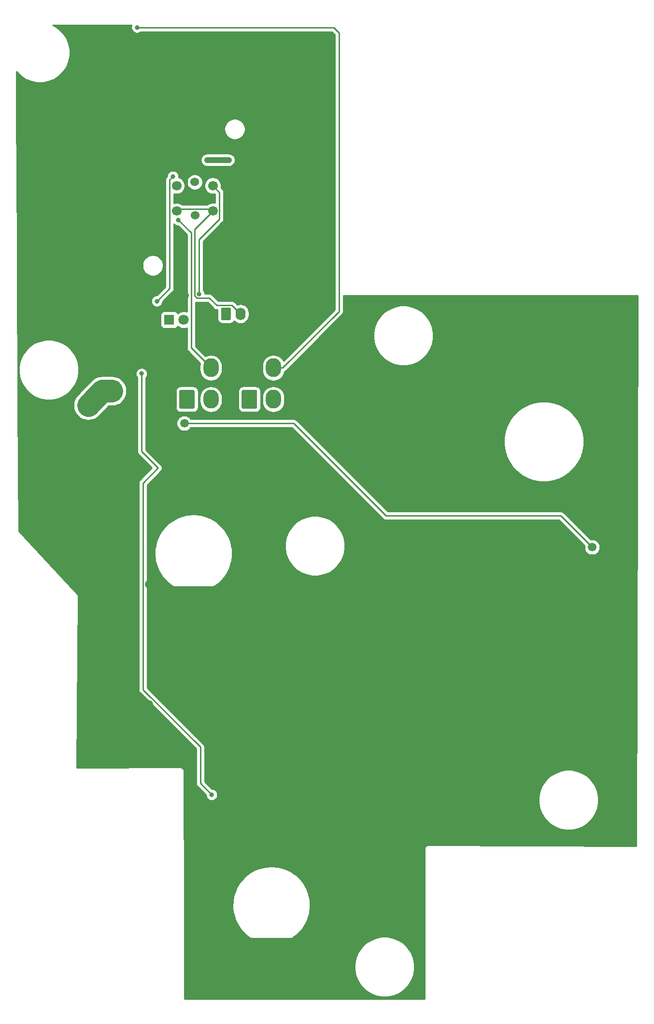
<source format=gbr>
%TF.GenerationSoftware,KiCad,Pcbnew,(5.1.6)-1*%
%TF.CreationDate,2021-08-25T11:31:01+10:00*%
%TF.ProjectId,DISP-EMC Panel PCB V1,44495350-2d45-44d4-9320-50616e656c20,rev?*%
%TF.SameCoordinates,Original*%
%TF.FileFunction,Copper,L2,Bot*%
%TF.FilePolarity,Positive*%
%FSLAX46Y46*%
G04 Gerber Fmt 4.6, Leading zero omitted, Abs format (unit mm)*
G04 Created by KiCad (PCBNEW (5.1.6)-1) date 2021-08-25 11:31:01*
%MOMM*%
%LPD*%
G01*
G04 APERTURE LIST*
%TA.AperFunction,ComponentPad*%
%ADD10O,2.700000X3.300000*%
%TD*%
%TA.AperFunction,ComponentPad*%
%ADD11C,1.524000*%
%TD*%
%TA.AperFunction,ComponentPad*%
%ADD12C,1.700000*%
%TD*%
%TA.AperFunction,ComponentPad*%
%ADD13O,1.740000X2.190000*%
%TD*%
%TA.AperFunction,ComponentPad*%
%ADD14C,1.800000*%
%TD*%
%TA.AperFunction,ComponentPad*%
%ADD15R,1.800000X1.800000*%
%TD*%
%TA.AperFunction,ViaPad*%
%ADD16C,1.500000*%
%TD*%
%TA.AperFunction,ViaPad*%
%ADD17C,0.800000*%
%TD*%
%TA.AperFunction,Conductor*%
%ADD18C,4.000000*%
%TD*%
%TA.AperFunction,Conductor*%
%ADD19C,1.000000*%
%TD*%
%TA.AperFunction,Conductor*%
%ADD20C,0.250000*%
%TD*%
%TA.AperFunction,Conductor*%
%ADD21C,0.254000*%
%TD*%
G04 APERTURE END LIST*
D10*
%TO.P,J2,4*%
%TO.N,/DATAOUT*%
X79400000Y-69400000D03*
%TO.P,J2,3*%
%TO.N,/LEDGND*%
X75200000Y-69400000D03*
%TO.P,J2,2*%
%TO.N,/LED+5V*%
X79400000Y-74900000D03*
%TO.P,J2,1*%
%TA.AperFunction,ComponentPad*%
G36*
G01*
X73850000Y-76298900D02*
X73850000Y-73501100D01*
G75*
G02*
X74101100Y-73250000I251100J0D01*
G01*
X76298900Y-73250000D01*
G75*
G02*
X76550000Y-73501100I0J-251100D01*
G01*
X76550000Y-76298900D01*
G75*
G02*
X76298900Y-76550000I-251100J0D01*
G01*
X74101100Y-76550000D01*
G75*
G02*
X73850000Y-76298900I0J251100D01*
G01*
G37*
%TD.AperFunction*%
%TD*%
%TO.P,J1,4*%
%TO.N,/DATAIN*%
X90350000Y-69400000D03*
%TO.P,J1,3*%
%TO.N,/LEDGND*%
X86150000Y-69400000D03*
%TO.P,J1,2*%
%TO.N,/LED+5V*%
X90350000Y-74900000D03*
%TO.P,J1,1*%
%TA.AperFunction,ComponentPad*%
G36*
G01*
X84800000Y-76298900D02*
X84800000Y-73501100D01*
G75*
G02*
X85051100Y-73250000I251100J0D01*
G01*
X87248900Y-73250000D01*
G75*
G02*
X87500000Y-73501100I0J-251100D01*
G01*
X87500000Y-76298900D01*
G75*
G02*
X87248900Y-76550000I-251100J0D01*
G01*
X85051100Y-76550000D01*
G75*
G02*
X84800000Y-76298900I0J251100D01*
G01*
G37*
%TD.AperFunction*%
%TD*%
D11*
%TO.P,SW1,6*%
%TO.N,Net-(SW1-Pad6)*%
X76595600Y-42671800D03*
%TO.P,SW1,5*%
%TO.N,Net-(SW1-Pad5)*%
X76555600Y-36880800D03*
D12*
%TO.P,SW1,4*%
%TO.N,/Row1*%
X79730600Y-41960800D03*
%TO.P,SW1,3*%
X73380600Y-41960800D03*
%TO.P,SW1,2*%
%TO.N,Net-(D80-Pad1)*%
X79730600Y-37515800D03*
%TO.P,SW1,1*%
X73380600Y-37515800D03*
%TD*%
D13*
%TO.P,J3,2*%
%TO.N,/Row1*%
X84582000Y-59944000D03*
%TO.P,J3,1*%
%TO.N,/Column1*%
%TA.AperFunction,ComponentPad*%
G36*
G01*
X81172000Y-60789001D02*
X81172000Y-59098999D01*
G75*
G02*
X81421999Y-58849000I249999J0D01*
G01*
X82662001Y-58849000D01*
G75*
G02*
X82912000Y-59098999I0J-249999D01*
G01*
X82912000Y-60789001D01*
G75*
G02*
X82662001Y-61039000I-249999J0D01*
G01*
X81421999Y-61039000D01*
G75*
G02*
X81172000Y-60789001I0J249999D01*
G01*
G37*
%TD.AperFunction*%
%TD*%
D14*
%TO.P,D1,2*%
%TO.N,/LED+5V*%
X74644800Y-60998600D03*
D15*
%TO.P,D1,1*%
%TO.N,Net-(D1-Pad1)*%
X72104800Y-60998600D03*
%TD*%
%TO.P,C1,2*%
%TO.N,/LEDGND*%
%TA.AperFunction,SMDPad,CuDef*%
G36*
G01*
X62991400Y-68705200D02*
X60991400Y-68705200D01*
G75*
G02*
X60741400Y-68455200I0J250000D01*
G01*
X60741400Y-65455200D01*
G75*
G02*
X60991400Y-65205200I250000J0D01*
G01*
X62991400Y-65205200D01*
G75*
G02*
X63241400Y-65455200I0J-250000D01*
G01*
X63241400Y-68455200D01*
G75*
G02*
X62991400Y-68705200I-250000J0D01*
G01*
G37*
%TD.AperFunction*%
%TO.P,C1,1*%
%TO.N,/LED+5V*%
%TA.AperFunction,SMDPad,CuDef*%
G36*
G01*
X62991400Y-75205200D02*
X60991400Y-75205200D01*
G75*
G02*
X60741400Y-74955200I0J250000D01*
G01*
X60741400Y-71955200D01*
G75*
G02*
X60991400Y-71705200I250000J0D01*
G01*
X62991400Y-71705200D01*
G75*
G02*
X63241400Y-71955200I0J-250000D01*
G01*
X63241400Y-74955200D01*
G75*
G02*
X62991400Y-75205200I-250000J0D01*
G01*
G37*
%TD.AperFunction*%
%TD*%
D16*
%TO.N,/LEDGND*%
X99441000Y-176022000D03*
X82804000Y-168021000D03*
X99314000Y-155448000D03*
X102108000Y-148717000D03*
X81280000Y-150622000D03*
X133350000Y-139065000D03*
X110109000Y-139192000D03*
X102438000Y-139116000D03*
X94615000Y-139065000D03*
X68529000Y-135585000D03*
X68478400Y-128295000D03*
X81559400Y-113894000D03*
X68580000Y-107315000D03*
X66802000Y-87376000D03*
X91059000Y-88011000D03*
X152197000Y-106375000D03*
X143002000Y-106037000D03*
X133782000Y-105400000D03*
X108876000Y-100517000D03*
X112382000Y-72212200D03*
X111976000Y-81026000D03*
X111661000Y-89992200D03*
X143307000Y-68226900D03*
X143027000Y-60909200D03*
X126873000Y-71694000D03*
X99771200Y-55321200D03*
X83845400Y-57378600D03*
X85039200Y-34391600D03*
X89405800Y-27586600D03*
X99542600Y-30251400D03*
X72313800Y-27330400D03*
X53162200Y-55067200D03*
X70373240Y-44963080D03*
X56350000Y-29000000D03*
X56275000Y-36325000D03*
X56300000Y-44000000D03*
X63100000Y-57950000D03*
X61850000Y-24550000D03*
X64350000Y-16050000D03*
X73600000Y-18050000D03*
X81950000Y-18500000D03*
X90300000Y-18500000D03*
X99300000Y-16000000D03*
X99800000Y-24550000D03*
X93250000Y-57150000D03*
X99300000Y-37850000D03*
X116150000Y-104950000D03*
X125400000Y-103600000D03*
X85250000Y-93050000D03*
X88600000Y-106650000D03*
X87137500Y-138787500D03*
X79400000Y-139050000D03*
X118050000Y-138900000D03*
X125500000Y-138800000D03*
X142100000Y-138650000D03*
X151000000Y-138850000D03*
X102200000Y-168700000D03*
X90350000Y-178000000D03*
X82200000Y-157200000D03*
X137325000Y-72525000D03*
X123500000Y-89450000D03*
X136925000Y-93075000D03*
X99650000Y-46100000D03*
X106989600Y-64160400D03*
X65300000Y-39450000D03*
X126492000Y-85090000D03*
X125603000Y-78867000D03*
X74792000Y-56758000D03*
X64516000Y-48514000D03*
X78486000Y-25908000D03*
X72644000Y-31496000D03*
X70866000Y-35560000D03*
X65278000Y-32512000D03*
X69900000Y-95050000D03*
X73025400Y-84454600D03*
X81737200Y-85852000D03*
%TO.N,/LED+5V*%
X57912000Y-75946000D03*
X59055000Y-74803000D03*
D17*
X78740000Y-33020000D03*
X82550000Y-33020000D03*
%TO.N,/DATAIN*%
X66450000Y-9800000D03*
%TO.N,/DATAOUT*%
X73700000Y-43550000D03*
D16*
%TO.N,Net-(D45-Pad2)*%
X146221700Y-100778300D03*
X74750000Y-79100000D03*
D17*
%TO.N,Net-(D75-Pad2)*%
X72719500Y-35900700D03*
X79537560Y-144112440D03*
X69923660Y-57731660D03*
X67251580Y-70416420D03*
%TO.N,Net-(D80-Pad1)*%
X77300000Y-56450000D03*
%TD*%
D18*
%TO.N,/LED+5V*%
X61991400Y-73455200D02*
X60402800Y-73455200D01*
X60402800Y-73455200D02*
X59055000Y-74803000D01*
X57912000Y-75946000D02*
X57912000Y-75946000D01*
X59055000Y-74803000D02*
X57912000Y-75946000D01*
D19*
X78740000Y-33020000D02*
X82550000Y-33020000D01*
D20*
%TO.N,/DATAIN*%
X91950000Y-69400000D02*
X101850000Y-59500000D01*
X90350000Y-69400000D02*
X91950000Y-69400000D01*
X101850000Y-10750000D02*
X100900000Y-9800000D01*
X101850000Y-59500000D02*
X101850000Y-10750000D01*
X100900000Y-9800000D02*
X66450000Y-9800000D01*
X66450000Y-9800000D02*
X66450000Y-9800000D01*
%TO.N,/DATAOUT*%
X75928801Y-65928801D02*
X79400000Y-69400000D01*
X75928801Y-45778801D02*
X75928801Y-65928801D01*
X73700000Y-43550000D02*
X75928801Y-45778801D01*
%TO.N,Net-(D45-Pad2)*%
X140726999Y-95283599D02*
X110083599Y-95283599D01*
X146221700Y-100778300D02*
X140726999Y-95283599D01*
X110083599Y-95283599D02*
X93900000Y-79100000D01*
X93900000Y-79100000D02*
X74750000Y-79100000D01*
%TO.N,Net-(D75-Pad2)*%
X72169900Y-36450300D02*
X72719500Y-35900700D01*
X77532800Y-135777900D02*
X67460900Y-125706000D01*
X72169900Y-55515900D02*
X72169900Y-36450300D01*
X67460900Y-125706000D02*
X67460900Y-89583900D01*
X67460900Y-89583900D02*
X70124300Y-86920500D01*
X70124300Y-57561500D02*
X72169900Y-55515900D01*
X70124300Y-57561500D02*
X70093820Y-57561500D01*
X70093820Y-57561500D02*
X69923660Y-57731660D01*
X67251580Y-84047780D02*
X70124300Y-86920500D01*
X77532800Y-142107680D02*
X79537560Y-144112440D01*
X77532800Y-135777900D02*
X77532800Y-142107680D01*
X67251580Y-70416420D02*
X67251580Y-84047780D01*
%TO.N,Net-(D80-Pad1)*%
X77300000Y-56450000D02*
X77300000Y-46950000D01*
X80905601Y-43344399D02*
X80905601Y-38690801D01*
X80905601Y-38690801D02*
X79730600Y-37515800D01*
X77300000Y-46950000D02*
X80905601Y-43344399D01*
%TO.N,/Row1*%
X79730600Y-41960800D02*
X79345200Y-41575400D01*
X79345200Y-41575400D02*
X73766000Y-41575400D01*
X73766000Y-41575400D02*
X73380600Y-41960800D01*
X76574999Y-56798001D02*
X76574999Y-45116401D01*
X76574999Y-45116401D02*
X79730600Y-41960800D01*
X79125001Y-57175001D02*
X76951999Y-57175001D01*
X76951999Y-57175001D02*
X76574999Y-56798001D01*
X83091601Y-58453601D02*
X84582000Y-59944000D01*
X80403601Y-58453601D02*
X83091601Y-58453601D01*
X79125001Y-57175001D02*
X80403601Y-58453601D01*
%TD*%
D21*
%TO.N,/LEDGND*%
G36*
X65454774Y-9498102D02*
G01*
X65415000Y-9698061D01*
X65415000Y-9901939D01*
X65454774Y-10101898D01*
X65532795Y-10290256D01*
X65646063Y-10459774D01*
X65790226Y-10603937D01*
X65959744Y-10717205D01*
X66148102Y-10795226D01*
X66348061Y-10835000D01*
X66551939Y-10835000D01*
X66751898Y-10795226D01*
X66940256Y-10717205D01*
X67109774Y-10603937D01*
X67153711Y-10560000D01*
X100585199Y-10560000D01*
X101090001Y-11064803D01*
X101090000Y-59185198D01*
X92104204Y-68170995D01*
X92008453Y-67991857D01*
X91760398Y-67689602D01*
X91458143Y-67441547D01*
X91113301Y-67257226D01*
X90739127Y-67143722D01*
X90350000Y-67105396D01*
X89960872Y-67143722D01*
X89586698Y-67257226D01*
X89241857Y-67441547D01*
X88939602Y-67689602D01*
X88691547Y-67991857D01*
X88507226Y-68336699D01*
X88393722Y-68710873D01*
X88365000Y-69002491D01*
X88365000Y-69797510D01*
X88393722Y-70089128D01*
X88507226Y-70463302D01*
X88691547Y-70808143D01*
X88939603Y-71110398D01*
X89241858Y-71358453D01*
X89586699Y-71542774D01*
X89960873Y-71656278D01*
X90350000Y-71694604D01*
X90739128Y-71656278D01*
X91113302Y-71542774D01*
X91458143Y-71358453D01*
X91760398Y-71110398D01*
X92008453Y-70808143D01*
X92192774Y-70463302D01*
X92306278Y-70089127D01*
X92308129Y-70070331D01*
X92374276Y-70034974D01*
X92490001Y-69940001D01*
X92513804Y-69910997D01*
X99190540Y-63234261D01*
X107854600Y-63234261D01*
X107854600Y-64273739D01*
X108057392Y-65293244D01*
X108455183Y-66253597D01*
X109032687Y-67117891D01*
X109767709Y-67852913D01*
X110632003Y-68430417D01*
X111592356Y-68828208D01*
X112611861Y-69031000D01*
X113651339Y-69031000D01*
X114670844Y-68828208D01*
X115631197Y-68430417D01*
X116495491Y-67852913D01*
X117230513Y-67117891D01*
X117808017Y-66253597D01*
X118205808Y-65293244D01*
X118408600Y-64273739D01*
X118408600Y-63234261D01*
X118205808Y-62214756D01*
X117808017Y-61254403D01*
X117230513Y-60390109D01*
X116495491Y-59655087D01*
X115631197Y-59077583D01*
X114670844Y-58679792D01*
X113651339Y-58477000D01*
X112611861Y-58477000D01*
X111592356Y-58679792D01*
X110632003Y-59077583D01*
X109767709Y-59655087D01*
X109032687Y-60390109D01*
X108455183Y-61254403D01*
X108057392Y-62214756D01*
X107854600Y-63234261D01*
X99190540Y-63234261D01*
X102361004Y-60063798D01*
X102390001Y-60040001D01*
X102484974Y-59924276D01*
X102555546Y-59792247D01*
X102599003Y-59648986D01*
X102610000Y-59537333D01*
X102610000Y-59537324D01*
X102613676Y-59500001D01*
X102610000Y-59462678D01*
X102610000Y-56768431D01*
X154201736Y-56743519D01*
X153901065Y-153058541D01*
X117533630Y-152933910D01*
X117499775Y-152930608D01*
X117436594Y-152936891D01*
X117373247Y-152942911D01*
X117371852Y-152943329D01*
X117370404Y-152943473D01*
X117309637Y-152961969D01*
X117248709Y-152980224D01*
X117247422Y-152980906D01*
X117246030Y-152981330D01*
X117189998Y-153011347D01*
X117133842Y-153041116D01*
X117132714Y-153042035D01*
X117131430Y-153042723D01*
X117082316Y-153083108D01*
X117033062Y-153123248D01*
X117032134Y-153124371D01*
X117031010Y-153125295D01*
X116990755Y-153174440D01*
X116950241Y-153223463D01*
X116949550Y-153224746D01*
X116948628Y-153225871D01*
X116918722Y-153281948D01*
X116888564Y-153337909D01*
X116888137Y-153339300D01*
X116887451Y-153340586D01*
X116869047Y-153401462D01*
X116850398Y-153462189D01*
X116850250Y-153463637D01*
X116849829Y-153465031D01*
X116843659Y-153528289D01*
X116837211Y-153591528D01*
X116840430Y-153625397D01*
X116865177Y-179857800D01*
X74775960Y-179857800D01*
X74764431Y-173724261D01*
X104552600Y-173724261D01*
X104552600Y-174763739D01*
X104755392Y-175783244D01*
X105153183Y-176743597D01*
X105730687Y-177607891D01*
X106465709Y-178342913D01*
X107330003Y-178920417D01*
X108290356Y-179318208D01*
X109309861Y-179521000D01*
X110349339Y-179521000D01*
X111368844Y-179318208D01*
X112329197Y-178920417D01*
X113193491Y-178342913D01*
X113928513Y-177607891D01*
X114506017Y-176743597D01*
X114903808Y-175783244D01*
X115106600Y-174763739D01*
X115106600Y-173724261D01*
X114903808Y-172704756D01*
X114506017Y-171744403D01*
X113928513Y-170880109D01*
X113193491Y-170145087D01*
X112329197Y-169567583D01*
X111368844Y-169169792D01*
X110349339Y-168967000D01*
X109309861Y-168967000D01*
X108290356Y-169169792D01*
X107330003Y-169567583D01*
X106465709Y-170145087D01*
X105730687Y-170880109D01*
X105153183Y-171744403D01*
X104755392Y-172704756D01*
X104552600Y-173724261D01*
X74764431Y-173724261D01*
X74745504Y-163655211D01*
X83162470Y-163655211D01*
X83166800Y-163721754D01*
X83274485Y-164693591D01*
X83279350Y-164718803D01*
X83281911Y-164744353D01*
X83296824Y-164809348D01*
X83558503Y-165751466D01*
X83567338Y-165775579D01*
X83573950Y-165800388D01*
X83599062Y-165862162D01*
X84008002Y-166750325D01*
X84020577Y-166772713D01*
X84031072Y-166796149D01*
X84065738Y-166853113D01*
X84611418Y-167664468D01*
X84627411Y-167684558D01*
X84641517Y-167706013D01*
X84684845Y-167756702D01*
X85353226Y-168470377D01*
X85372225Y-168487651D01*
X85389580Y-168506575D01*
X85440455Y-168549685D01*
X86205839Y-169140752D01*
X86253506Y-169179839D01*
X86381221Y-169248038D01*
X86519786Y-169290010D01*
X86627770Y-169300602D01*
X93358054Y-169297907D01*
X93466030Y-169287229D01*
X93604561Y-169245145D01*
X93732221Y-169176844D01*
X93778354Y-169138952D01*
X94494294Y-168591121D01*
X94511941Y-168575219D01*
X94531031Y-168561081D01*
X94579223Y-168514991D01*
X95254475Y-167807814D01*
X95270660Y-167787883D01*
X95288588Y-167769496D01*
X95328777Y-167716312D01*
X95328791Y-167716294D01*
X95328796Y-167716285D01*
X95882291Y-166910254D01*
X95895079Y-166887994D01*
X95909839Y-166866975D01*
X95941018Y-166808030D01*
X96358528Y-165923864D01*
X96367594Y-165899843D01*
X96378802Y-165876737D01*
X96400156Y-165813565D01*
X96670934Y-164874020D01*
X96676043Y-164848858D01*
X96683412Y-164824259D01*
X96694392Y-164758486D01*
X96811472Y-163787736D01*
X96812492Y-163762083D01*
X96815834Y-163736619D01*
X96816156Y-163669936D01*
X96776524Y-162692954D01*
X96773429Y-162667465D01*
X96772657Y-162641798D01*
X96762314Y-162575921D01*
X96566992Y-161617844D01*
X96559860Y-161593173D01*
X96554995Y-161567963D01*
X96534253Y-161504587D01*
X96188264Y-160590063D01*
X96177282Y-160566854D01*
X96168447Y-160542742D01*
X96137839Y-160483498D01*
X95650087Y-159636055D01*
X95635535Y-159614901D01*
X95622959Y-159592511D01*
X95583272Y-159538923D01*
X94966304Y-158780363D01*
X94948554Y-158761804D01*
X94932563Y-158741717D01*
X94884819Y-158695163D01*
X94154506Y-158045003D01*
X94134020Y-158029522D01*
X94115021Y-158012249D01*
X94060449Y-157973927D01*
X93235583Y-157448894D01*
X93212884Y-157436887D01*
X93191369Y-157422874D01*
X93131383Y-157393776D01*
X93131371Y-157393770D01*
X93131365Y-157393768D01*
X92233174Y-157007372D01*
X92208854Y-156999151D01*
X92185369Y-156988755D01*
X92121507Y-156969624D01*
X92121489Y-156969618D01*
X92121480Y-156969617D01*
X91173068Y-156731795D01*
X91147739Y-156727567D01*
X91122900Y-156721061D01*
X91056784Y-156712383D01*
X90082539Y-156629254D01*
X90056864Y-156629130D01*
X90031302Y-156626679D01*
X89964649Y-156628684D01*
X89964647Y-156628684D01*
X88989645Y-156702387D01*
X88964279Y-156706370D01*
X88938654Y-156708037D01*
X88873179Y-156720673D01*
X87922501Y-156949313D01*
X87898093Y-156957302D01*
X87873071Y-156963043D01*
X87810466Y-156985981D01*
X87810457Y-156985984D01*
X87810453Y-156985986D01*
X86908564Y-157363679D01*
X86885748Y-157375467D01*
X86861966Y-157385135D01*
X86803826Y-157417792D01*
X85973920Y-157934823D01*
X85953287Y-157950103D01*
X85931349Y-157963454D01*
X85879178Y-158004987D01*
X85142613Y-158648054D01*
X85124686Y-158666439D01*
X85105169Y-158683122D01*
X85060309Y-158732461D01*
X84436032Y-159485019D01*
X84421271Y-159506039D01*
X84404676Y-159525624D01*
X84368282Y-159581500D01*
X83872356Y-160424187D01*
X83861149Y-160447291D01*
X83847895Y-160469282D01*
X83820903Y-160530259D01*
X83466086Y-161441394D01*
X83458717Y-161465992D01*
X83449149Y-161489821D01*
X83432254Y-161554328D01*
X83227675Y-162510472D01*
X83224334Y-162535925D01*
X83218698Y-162560983D01*
X83212333Y-162627363D01*
X83163255Y-163603915D01*
X83164027Y-163629583D01*
X83162470Y-163655211D01*
X74745504Y-163655211D01*
X74701058Y-140010310D01*
X74704190Y-139977613D01*
X74697662Y-139913115D01*
X74691205Y-139848795D01*
X74691125Y-139848534D01*
X74691098Y-139848265D01*
X74672187Y-139786525D01*
X74653231Y-139724456D01*
X74653103Y-139724217D01*
X74653023Y-139723957D01*
X74622479Y-139667183D01*
X74591731Y-139609915D01*
X74591557Y-139609704D01*
X74591429Y-139609466D01*
X74550475Y-139559837D01*
X74509065Y-139509572D01*
X74508854Y-139509399D01*
X74508681Y-139509190D01*
X74458559Y-139468281D01*
X74408412Y-139427284D01*
X74408172Y-139427156D01*
X74407961Y-139426984D01*
X74350559Y-139396501D01*
X74293640Y-139366215D01*
X74293381Y-139366137D01*
X74293140Y-139366009D01*
X74231415Y-139347466D01*
X74169160Y-139328708D01*
X74168886Y-139328682D01*
X74168628Y-139328604D01*
X74104778Y-139322489D01*
X74039754Y-139316209D01*
X74007070Y-139319490D01*
X55859705Y-139368404D01*
X56107840Y-109418494D01*
X56111029Y-109394337D01*
X56108377Y-109353650D01*
X56108445Y-109345451D01*
X56106269Y-109321306D01*
X56102573Y-109264603D01*
X56100440Y-109256630D01*
X56099699Y-109248411D01*
X56083657Y-109193907D01*
X56068969Y-109139013D01*
X56065321Y-109131608D01*
X56062991Y-109123693D01*
X56036642Y-109073399D01*
X56011511Y-109022391D01*
X56006484Y-109015835D01*
X56002658Y-109008532D01*
X55967008Y-108964351D01*
X55952225Y-108945071D01*
X55946611Y-108939072D01*
X55921017Y-108907354D01*
X55902317Y-108891746D01*
X45718205Y-98010435D01*
X45600003Y-75946000D01*
X55264251Y-75946000D01*
X55315127Y-76462550D01*
X55465799Y-76959250D01*
X55710477Y-77417011D01*
X56039759Y-77818241D01*
X56440989Y-78147523D01*
X56898750Y-78392201D01*
X57395450Y-78542873D01*
X57782558Y-78581000D01*
X57782566Y-78581000D01*
X57912000Y-78593748D01*
X58041434Y-78581000D01*
X58041442Y-78581000D01*
X58428550Y-78542873D01*
X58925250Y-78392201D01*
X59383011Y-78147523D01*
X59784241Y-77818241D01*
X59866758Y-77717694D01*
X61494252Y-76090200D01*
X62120842Y-76090200D01*
X62507950Y-76052073D01*
X63004650Y-75901401D01*
X63140961Y-75828542D01*
X63164654Y-75826208D01*
X63331250Y-75775672D01*
X63484786Y-75693605D01*
X63619362Y-75583162D01*
X63729805Y-75448586D01*
X63740573Y-75428441D01*
X63863641Y-75327441D01*
X64192923Y-74926211D01*
X64437601Y-74468450D01*
X64588273Y-73971750D01*
X64639149Y-73455200D01*
X64588273Y-72938650D01*
X64437601Y-72441950D01*
X64192923Y-71984189D01*
X63863641Y-71582959D01*
X63740573Y-71481959D01*
X63729805Y-71461814D01*
X63619362Y-71327238D01*
X63484786Y-71216795D01*
X63331250Y-71134728D01*
X63164654Y-71084192D01*
X63140961Y-71081858D01*
X63004650Y-71008999D01*
X62507950Y-70858327D01*
X62120842Y-70820200D01*
X60532233Y-70820200D01*
X60402799Y-70807452D01*
X60273365Y-70820200D01*
X60273358Y-70820200D01*
X59937758Y-70853254D01*
X59886249Y-70858327D01*
X59726864Y-70906676D01*
X59389550Y-71008999D01*
X58931789Y-71253677D01*
X58530559Y-71582959D01*
X58448042Y-71683506D01*
X56140306Y-73991242D01*
X56039759Y-74073759D01*
X55710477Y-74474989D01*
X55465799Y-74932750D01*
X55315127Y-75429450D01*
X55264251Y-75946000D01*
X45600003Y-75946000D01*
X45564017Y-69228661D01*
X45700800Y-69228661D01*
X45700800Y-70268139D01*
X45903592Y-71287644D01*
X46301383Y-72247997D01*
X46878887Y-73112291D01*
X47613909Y-73847313D01*
X48478203Y-74424817D01*
X49438556Y-74822608D01*
X50458061Y-75025400D01*
X51497539Y-75025400D01*
X52517044Y-74822608D01*
X53477397Y-74424817D01*
X54341691Y-73847313D01*
X55076713Y-73112291D01*
X55654217Y-72247997D01*
X56052008Y-71287644D01*
X56245582Y-70314481D01*
X66216580Y-70314481D01*
X66216580Y-70518359D01*
X66256354Y-70718318D01*
X66334375Y-70906676D01*
X66447643Y-71076194D01*
X66491580Y-71120131D01*
X66491581Y-84010448D01*
X66487904Y-84047780D01*
X66502578Y-84196765D01*
X66546034Y-84340026D01*
X66616606Y-84472056D01*
X66687781Y-84558782D01*
X66711580Y-84587781D01*
X66740578Y-84611579D01*
X69049498Y-86920500D01*
X66949898Y-89020101D01*
X66920900Y-89043899D01*
X66897102Y-89072897D01*
X66897101Y-89072898D01*
X66825926Y-89159624D01*
X66755354Y-89291654D01*
X66711898Y-89434915D01*
X66697224Y-89583900D01*
X66700901Y-89621233D01*
X66700900Y-125668678D01*
X66697224Y-125706000D01*
X66700900Y-125743322D01*
X66700900Y-125743332D01*
X66711897Y-125854985D01*
X66755354Y-125998246D01*
X66825926Y-126130276D01*
X66865771Y-126178826D01*
X66920899Y-126246001D01*
X66949903Y-126269804D01*
X76772800Y-136092702D01*
X76772801Y-142070348D01*
X76769124Y-142107680D01*
X76783798Y-142256665D01*
X76827254Y-142399926D01*
X76897826Y-142531956D01*
X76969001Y-142618682D01*
X76992800Y-142647681D01*
X77021798Y-142671479D01*
X78502560Y-144152242D01*
X78502560Y-144214379D01*
X78542334Y-144414338D01*
X78620355Y-144602696D01*
X78733623Y-144772214D01*
X78877786Y-144916377D01*
X79047304Y-145029645D01*
X79235662Y-145107666D01*
X79435621Y-145147440D01*
X79639499Y-145147440D01*
X79839458Y-145107666D01*
X80027816Y-145029645D01*
X80197334Y-144916377D01*
X80341497Y-144772214D01*
X80454765Y-144602696D01*
X80491396Y-144514261D01*
X136810600Y-144514261D01*
X136810600Y-145553739D01*
X137013392Y-146573244D01*
X137411183Y-147533597D01*
X137988687Y-148397891D01*
X138723709Y-149132913D01*
X139588003Y-149710417D01*
X140548356Y-150108208D01*
X141567861Y-150311000D01*
X142607339Y-150311000D01*
X143626844Y-150108208D01*
X144587197Y-149710417D01*
X145451491Y-149132913D01*
X146186513Y-148397891D01*
X146764017Y-147533597D01*
X147161808Y-146573244D01*
X147364600Y-145553739D01*
X147364600Y-144514261D01*
X147161808Y-143494756D01*
X146764017Y-142534403D01*
X146186513Y-141670109D01*
X145451491Y-140935087D01*
X144587197Y-140357583D01*
X143626844Y-139959792D01*
X142607339Y-139757000D01*
X141567861Y-139757000D01*
X140548356Y-139959792D01*
X139588003Y-140357583D01*
X138723709Y-140935087D01*
X137988687Y-141670109D01*
X137411183Y-142534403D01*
X137013392Y-143494756D01*
X136810600Y-144514261D01*
X80491396Y-144514261D01*
X80532786Y-144414338D01*
X80572560Y-144214379D01*
X80572560Y-144010501D01*
X80532786Y-143810542D01*
X80454765Y-143622184D01*
X80341497Y-143452666D01*
X80197334Y-143308503D01*
X80027816Y-143195235D01*
X79839458Y-143117214D01*
X79639499Y-143077440D01*
X79577362Y-143077440D01*
X78292800Y-141792879D01*
X78292800Y-135815233D01*
X78296477Y-135777900D01*
X78281803Y-135628914D01*
X78238346Y-135485653D01*
X78167774Y-135353624D01*
X78096599Y-135266897D01*
X78072801Y-135237899D01*
X78043804Y-135214102D01*
X68220900Y-125391199D01*
X68220900Y-102060210D01*
X69509969Y-102060210D01*
X69514299Y-102126753D01*
X69621985Y-103098591D01*
X69626850Y-103123801D01*
X69629411Y-103149352D01*
X69644324Y-103214347D01*
X69906002Y-104156466D01*
X69914837Y-104180579D01*
X69921449Y-104205388D01*
X69946556Y-104267147D01*
X69946561Y-104267162D01*
X69946562Y-104267163D01*
X70355502Y-105155325D01*
X70368076Y-105177710D01*
X70378571Y-105201147D01*
X70413237Y-105258112D01*
X70958917Y-106069468D01*
X70974909Y-106089557D01*
X70989016Y-106111013D01*
X71032344Y-106161702D01*
X71700725Y-106875376D01*
X71719719Y-106892646D01*
X71737078Y-106911574D01*
X71787953Y-106954684D01*
X72553363Y-107545772D01*
X72601005Y-107584839D01*
X72728720Y-107653038D01*
X72867284Y-107695010D01*
X72975269Y-107705602D01*
X79705554Y-107702908D01*
X79813530Y-107692230D01*
X79952061Y-107650146D01*
X80079721Y-107581845D01*
X80125854Y-107543953D01*
X80841794Y-106996122D01*
X80859441Y-106980220D01*
X80878531Y-106966082D01*
X80926723Y-106919992D01*
X81601975Y-106212815D01*
X81618160Y-106192884D01*
X81636088Y-106174497D01*
X81676277Y-106121313D01*
X81676291Y-106121295D01*
X81676296Y-106121286D01*
X82229791Y-105315255D01*
X82242580Y-105292993D01*
X82257338Y-105271977D01*
X82288518Y-105213031D01*
X82706029Y-104328865D01*
X82715095Y-104304844D01*
X82726303Y-104281738D01*
X82747657Y-104218566D01*
X83018435Y-103279021D01*
X83023544Y-103253858D01*
X83030913Y-103229260D01*
X83041893Y-103163486D01*
X83158972Y-102192736D01*
X83159992Y-102167076D01*
X83163333Y-102141620D01*
X83163656Y-102074937D01*
X83124025Y-101097955D01*
X83120930Y-101072466D01*
X83120158Y-101046799D01*
X83109815Y-100980922D01*
X82917759Y-100038861D01*
X92360600Y-100038861D01*
X92360600Y-101078339D01*
X92563392Y-102097844D01*
X92961183Y-103058197D01*
X93538687Y-103922491D01*
X94273709Y-104657513D01*
X95138003Y-105235017D01*
X96098356Y-105632808D01*
X97117861Y-105835600D01*
X98157339Y-105835600D01*
X99176844Y-105632808D01*
X100137197Y-105235017D01*
X101001491Y-104657513D01*
X101736513Y-103922491D01*
X102314017Y-103058197D01*
X102711808Y-102097844D01*
X102914600Y-101078339D01*
X102914600Y-100038861D01*
X102711808Y-99019356D01*
X102314017Y-98059003D01*
X101736513Y-97194709D01*
X101001491Y-96459687D01*
X100137197Y-95882183D01*
X99176844Y-95484392D01*
X98157339Y-95281600D01*
X97117861Y-95281600D01*
X96098356Y-95484392D01*
X95138003Y-95882183D01*
X94273709Y-96459687D01*
X93538687Y-97194709D01*
X92961183Y-98059003D01*
X92563392Y-99019356D01*
X92360600Y-100038861D01*
X82917759Y-100038861D01*
X82914493Y-100022845D01*
X82907361Y-99998174D01*
X82902496Y-99972964D01*
X82881754Y-99909588D01*
X82535765Y-98995064D01*
X82524783Y-98971855D01*
X82515948Y-98947743D01*
X82485340Y-98888499D01*
X81997588Y-98041056D01*
X81983036Y-98019902D01*
X81970460Y-97997512D01*
X81930773Y-97943924D01*
X81313803Y-97185364D01*
X81296060Y-97166812D01*
X81280064Y-97146719D01*
X81232320Y-97100165D01*
X80502008Y-96450004D01*
X80481521Y-96434523D01*
X80462522Y-96417249D01*
X80407950Y-96378927D01*
X79583084Y-95853894D01*
X79560385Y-95841887D01*
X79538870Y-95827874D01*
X79478884Y-95798776D01*
X79478872Y-95798770D01*
X79478866Y-95798768D01*
X78580675Y-95412372D01*
X78556355Y-95404151D01*
X78532870Y-95393755D01*
X78469008Y-95374624D01*
X78468990Y-95374618D01*
X78468981Y-95374617D01*
X77520569Y-95136795D01*
X77495243Y-95132567D01*
X77470402Y-95126061D01*
X77404286Y-95117383D01*
X76430041Y-95034253D01*
X76404364Y-95034129D01*
X76378803Y-95031678D01*
X76312149Y-95033683D01*
X75337145Y-95107387D01*
X75311779Y-95111370D01*
X75286155Y-95113037D01*
X75220684Y-95125672D01*
X75220679Y-95125673D01*
X75220676Y-95125674D01*
X74270002Y-95354313D01*
X74245596Y-95362301D01*
X74220571Y-95368043D01*
X74157966Y-95390981D01*
X74157957Y-95390984D01*
X74157953Y-95390986D01*
X73256065Y-95768678D01*
X73233256Y-95780462D01*
X73209465Y-95790134D01*
X73151325Y-95822791D01*
X72321420Y-96339822D01*
X72300783Y-96355106D01*
X72278850Y-96368453D01*
X72226680Y-96409985D01*
X71490113Y-97053052D01*
X71472180Y-97071443D01*
X71452669Y-97088121D01*
X71407809Y-97137460D01*
X70783532Y-97890018D01*
X70768771Y-97911038D01*
X70752176Y-97930623D01*
X70715782Y-97986499D01*
X70219856Y-98829186D01*
X70208649Y-98852290D01*
X70195395Y-98874281D01*
X70168403Y-98935258D01*
X69813586Y-99846393D01*
X69806216Y-99870996D01*
X69796650Y-99894819D01*
X69779754Y-99959327D01*
X69575174Y-100915470D01*
X69571833Y-100940926D01*
X69566197Y-100965982D01*
X69559832Y-101032362D01*
X69510754Y-102008914D01*
X69511526Y-102034582D01*
X69509969Y-102060210D01*
X68220900Y-102060210D01*
X68220900Y-89898701D01*
X70635308Y-87484295D01*
X70664301Y-87460501D01*
X70688095Y-87431508D01*
X70688099Y-87431504D01*
X70759273Y-87344777D01*
X70829845Y-87212747D01*
X70829846Y-87212746D01*
X70873303Y-87069486D01*
X70887977Y-86920500D01*
X70873303Y-86771514D01*
X70829846Y-86628253D01*
X70759274Y-86496224D01*
X70688099Y-86409497D01*
X70688089Y-86409487D01*
X70664300Y-86380500D01*
X70635313Y-86356711D01*
X68011580Y-83732979D01*
X68011580Y-78963589D01*
X73365000Y-78963589D01*
X73365000Y-79236411D01*
X73418225Y-79503989D01*
X73522629Y-79756043D01*
X73674201Y-79982886D01*
X73867114Y-80175799D01*
X74093957Y-80327371D01*
X74346011Y-80431775D01*
X74613589Y-80485000D01*
X74886411Y-80485000D01*
X75153989Y-80431775D01*
X75406043Y-80327371D01*
X75632886Y-80175799D01*
X75825799Y-79982886D01*
X75907909Y-79860000D01*
X93585199Y-79860000D01*
X109519799Y-95794601D01*
X109543598Y-95823600D01*
X109659323Y-95918573D01*
X109791352Y-95989145D01*
X109934613Y-96032602D01*
X110046266Y-96043599D01*
X110046275Y-96043599D01*
X110083598Y-96047275D01*
X110120921Y-96043599D01*
X140412198Y-96043599D01*
X144865533Y-100496935D01*
X144836700Y-100641889D01*
X144836700Y-100914711D01*
X144889925Y-101182289D01*
X144994329Y-101434343D01*
X145145901Y-101661186D01*
X145338814Y-101854099D01*
X145565657Y-102005671D01*
X145817711Y-102110075D01*
X146085289Y-102163300D01*
X146358111Y-102163300D01*
X146625689Y-102110075D01*
X146877743Y-102005671D01*
X147104586Y-101854099D01*
X147297499Y-101661186D01*
X147449071Y-101434343D01*
X147553475Y-101182289D01*
X147606700Y-100914711D01*
X147606700Y-100641889D01*
X147553475Y-100374311D01*
X147449071Y-100122257D01*
X147297499Y-99895414D01*
X147104586Y-99702501D01*
X146877743Y-99550929D01*
X146625689Y-99446525D01*
X146358111Y-99393300D01*
X146085289Y-99393300D01*
X145940335Y-99422133D01*
X141290803Y-94772602D01*
X141267000Y-94743598D01*
X141151275Y-94648625D01*
X141019246Y-94578053D01*
X140875985Y-94534596D01*
X140764332Y-94523599D01*
X140764321Y-94523599D01*
X140726999Y-94519923D01*
X140689677Y-94523599D01*
X110398401Y-94523599D01*
X97616888Y-81742086D01*
X130706061Y-81742086D01*
X130706061Y-82849914D01*
X130879364Y-83944101D01*
X131221701Y-84997708D01*
X131724644Y-85984789D01*
X132375808Y-86881040D01*
X133159160Y-87664392D01*
X134055411Y-88315556D01*
X135042492Y-88818499D01*
X136096099Y-89160836D01*
X137190286Y-89334139D01*
X138298114Y-89334139D01*
X139392301Y-89160836D01*
X140445908Y-88818499D01*
X141432989Y-88315556D01*
X142329240Y-87664392D01*
X143112592Y-86881040D01*
X143763756Y-85984789D01*
X144266699Y-84997708D01*
X144609036Y-83944101D01*
X144782339Y-82849914D01*
X144782339Y-81742086D01*
X144609036Y-80647899D01*
X144266699Y-79594292D01*
X143763756Y-78607211D01*
X143112592Y-77710960D01*
X142329240Y-76927608D01*
X141432989Y-76276444D01*
X140445908Y-75773501D01*
X139392301Y-75431164D01*
X138298114Y-75257861D01*
X137190286Y-75257861D01*
X136096099Y-75431164D01*
X135042492Y-75773501D01*
X134055411Y-76276444D01*
X133159160Y-76927608D01*
X132375808Y-77710960D01*
X131724644Y-78607211D01*
X131221701Y-79594292D01*
X130879364Y-80647899D01*
X130706061Y-81742086D01*
X97616888Y-81742086D01*
X94463804Y-78589003D01*
X94440001Y-78559999D01*
X94324276Y-78465026D01*
X94192247Y-78394454D01*
X94048986Y-78350997D01*
X93937333Y-78340000D01*
X93937322Y-78340000D01*
X93900000Y-78336324D01*
X93862678Y-78340000D01*
X75907909Y-78340000D01*
X75825799Y-78217114D01*
X75632886Y-78024201D01*
X75406043Y-77872629D01*
X75153989Y-77768225D01*
X74886411Y-77715000D01*
X74613589Y-77715000D01*
X74346011Y-77768225D01*
X74093957Y-77872629D01*
X73867114Y-78024201D01*
X73674201Y-78217114D01*
X73522629Y-78443957D01*
X73418225Y-78696011D01*
X73365000Y-78963589D01*
X68011580Y-78963589D01*
X68011580Y-73501100D01*
X73211928Y-73501100D01*
X73211928Y-76298900D01*
X73229013Y-76472369D01*
X73279612Y-76639171D01*
X73361781Y-76792897D01*
X73472360Y-76927640D01*
X73607103Y-77038219D01*
X73760829Y-77120388D01*
X73927631Y-77170987D01*
X74101100Y-77188072D01*
X76298900Y-77188072D01*
X76472369Y-77170987D01*
X76639171Y-77120388D01*
X76792897Y-77038219D01*
X76927640Y-76927640D01*
X77038219Y-76792897D01*
X77120388Y-76639171D01*
X77170987Y-76472369D01*
X77188072Y-76298900D01*
X77188072Y-74502491D01*
X77415000Y-74502491D01*
X77415000Y-75297510D01*
X77443722Y-75589128D01*
X77557226Y-75963302D01*
X77741547Y-76308143D01*
X77989603Y-76610398D01*
X78291858Y-76858453D01*
X78636699Y-77042774D01*
X79010873Y-77156278D01*
X79400000Y-77194604D01*
X79789128Y-77156278D01*
X80163302Y-77042774D01*
X80508143Y-76858453D01*
X80810398Y-76610398D01*
X81058453Y-76308143D01*
X81242774Y-75963302D01*
X81356278Y-75589127D01*
X81385000Y-75297509D01*
X81385000Y-74502490D01*
X81356278Y-74210872D01*
X81242774Y-73836698D01*
X81063394Y-73501100D01*
X84161928Y-73501100D01*
X84161928Y-76298900D01*
X84179013Y-76472369D01*
X84229612Y-76639171D01*
X84311781Y-76792897D01*
X84422360Y-76927640D01*
X84557103Y-77038219D01*
X84710829Y-77120388D01*
X84877631Y-77170987D01*
X85051100Y-77188072D01*
X87248900Y-77188072D01*
X87422369Y-77170987D01*
X87589171Y-77120388D01*
X87742897Y-77038219D01*
X87877640Y-76927640D01*
X87988219Y-76792897D01*
X88070388Y-76639171D01*
X88120987Y-76472369D01*
X88138072Y-76298900D01*
X88138072Y-74502491D01*
X88365000Y-74502491D01*
X88365000Y-75297510D01*
X88393722Y-75589128D01*
X88507226Y-75963302D01*
X88691547Y-76308143D01*
X88939603Y-76610398D01*
X89241858Y-76858453D01*
X89586699Y-77042774D01*
X89960873Y-77156278D01*
X90350000Y-77194604D01*
X90739128Y-77156278D01*
X91113302Y-77042774D01*
X91458143Y-76858453D01*
X91760398Y-76610398D01*
X92008453Y-76308143D01*
X92192774Y-75963302D01*
X92306278Y-75589127D01*
X92335000Y-75297509D01*
X92335000Y-74502490D01*
X92306278Y-74210872D01*
X92192774Y-73836698D01*
X92008453Y-73491857D01*
X91760398Y-73189602D01*
X91458143Y-72941547D01*
X91113301Y-72757226D01*
X90739127Y-72643722D01*
X90350000Y-72605396D01*
X89960872Y-72643722D01*
X89586698Y-72757226D01*
X89241857Y-72941547D01*
X88939602Y-73189602D01*
X88691547Y-73491857D01*
X88507226Y-73836699D01*
X88393722Y-74210873D01*
X88365000Y-74502491D01*
X88138072Y-74502491D01*
X88138072Y-73501100D01*
X88120987Y-73327631D01*
X88070388Y-73160829D01*
X87988219Y-73007103D01*
X87877640Y-72872360D01*
X87742897Y-72761781D01*
X87589171Y-72679612D01*
X87422369Y-72629013D01*
X87248900Y-72611928D01*
X85051100Y-72611928D01*
X84877631Y-72629013D01*
X84710829Y-72679612D01*
X84557103Y-72761781D01*
X84422360Y-72872360D01*
X84311781Y-73007103D01*
X84229612Y-73160829D01*
X84179013Y-73327631D01*
X84161928Y-73501100D01*
X81063394Y-73501100D01*
X81058453Y-73491857D01*
X80810398Y-73189602D01*
X80508143Y-72941547D01*
X80163301Y-72757226D01*
X79789127Y-72643722D01*
X79400000Y-72605396D01*
X79010872Y-72643722D01*
X78636698Y-72757226D01*
X78291857Y-72941547D01*
X77989602Y-73189602D01*
X77741547Y-73491857D01*
X77557226Y-73836699D01*
X77443722Y-74210873D01*
X77415000Y-74502491D01*
X77188072Y-74502491D01*
X77188072Y-73501100D01*
X77170987Y-73327631D01*
X77120388Y-73160829D01*
X77038219Y-73007103D01*
X76927640Y-72872360D01*
X76792897Y-72761781D01*
X76639171Y-72679612D01*
X76472369Y-72629013D01*
X76298900Y-72611928D01*
X74101100Y-72611928D01*
X73927631Y-72629013D01*
X73760829Y-72679612D01*
X73607103Y-72761781D01*
X73472360Y-72872360D01*
X73361781Y-73007103D01*
X73279612Y-73160829D01*
X73229013Y-73327631D01*
X73211928Y-73501100D01*
X68011580Y-73501100D01*
X68011580Y-71120131D01*
X68055517Y-71076194D01*
X68168785Y-70906676D01*
X68246806Y-70718318D01*
X68286580Y-70518359D01*
X68286580Y-70314481D01*
X68246806Y-70114522D01*
X68168785Y-69926164D01*
X68055517Y-69756646D01*
X67911354Y-69612483D01*
X67741836Y-69499215D01*
X67553478Y-69421194D01*
X67353519Y-69381420D01*
X67149641Y-69381420D01*
X66949682Y-69421194D01*
X66761324Y-69499215D01*
X66591806Y-69612483D01*
X66447643Y-69756646D01*
X66334375Y-69926164D01*
X66256354Y-70114522D01*
X66216580Y-70314481D01*
X56245582Y-70314481D01*
X56254800Y-70268139D01*
X56254800Y-69228661D01*
X56052008Y-68209156D01*
X55654217Y-67248803D01*
X55076713Y-66384509D01*
X54341691Y-65649487D01*
X53477397Y-65071983D01*
X52517044Y-64674192D01*
X51497539Y-64471400D01*
X50458061Y-64471400D01*
X49438556Y-64674192D01*
X48478203Y-65071983D01*
X47613909Y-65649487D01*
X46878887Y-66384509D01*
X46301383Y-67248803D01*
X45903592Y-68209156D01*
X45700800Y-69228661D01*
X45564017Y-69228661D01*
X45501881Y-57629721D01*
X68888660Y-57629721D01*
X68888660Y-57833599D01*
X68928434Y-58033558D01*
X69006455Y-58221916D01*
X69119723Y-58391434D01*
X69263886Y-58535597D01*
X69433404Y-58648865D01*
X69621762Y-58726886D01*
X69821721Y-58766660D01*
X70025599Y-58766660D01*
X70225558Y-58726886D01*
X70413916Y-58648865D01*
X70583434Y-58535597D01*
X70727597Y-58391434D01*
X70840865Y-58221916D01*
X70918886Y-58033558D01*
X70958660Y-57833599D01*
X70958660Y-57801941D01*
X72680904Y-56079698D01*
X72709901Y-56055901D01*
X72804874Y-55940176D01*
X72875446Y-55808147D01*
X72918903Y-55664886D01*
X72929900Y-55553233D01*
X72929900Y-55553224D01*
X72933576Y-55515901D01*
X72929900Y-55478578D01*
X72929900Y-44243611D01*
X73040226Y-44353937D01*
X73209744Y-44467205D01*
X73398102Y-44545226D01*
X73598061Y-44585000D01*
X73660199Y-44585000D01*
X75168801Y-46093603D01*
X75168802Y-59554177D01*
X75092543Y-59522589D01*
X74795984Y-59463600D01*
X74493616Y-59463600D01*
X74197057Y-59522589D01*
X73917705Y-59638301D01*
X73666295Y-59806288D01*
X73599856Y-59872727D01*
X73594302Y-59854420D01*
X73535337Y-59744106D01*
X73455985Y-59647415D01*
X73359294Y-59568063D01*
X73248980Y-59509098D01*
X73129282Y-59472788D01*
X73004800Y-59460528D01*
X71204800Y-59460528D01*
X71080318Y-59472788D01*
X70960620Y-59509098D01*
X70850306Y-59568063D01*
X70753615Y-59647415D01*
X70674263Y-59744106D01*
X70615298Y-59854420D01*
X70578988Y-59974118D01*
X70566728Y-60098600D01*
X70566728Y-61898600D01*
X70578988Y-62023082D01*
X70615298Y-62142780D01*
X70674263Y-62253094D01*
X70753615Y-62349785D01*
X70850306Y-62429137D01*
X70960620Y-62488102D01*
X71080318Y-62524412D01*
X71204800Y-62536672D01*
X73004800Y-62536672D01*
X73129282Y-62524412D01*
X73248980Y-62488102D01*
X73359294Y-62429137D01*
X73455985Y-62349785D01*
X73535337Y-62253094D01*
X73594302Y-62142780D01*
X73599856Y-62124473D01*
X73666295Y-62190912D01*
X73917705Y-62358899D01*
X74197057Y-62474611D01*
X74493616Y-62533600D01*
X74795984Y-62533600D01*
X75092543Y-62474611D01*
X75168802Y-62443023D01*
X75168802Y-65891468D01*
X75165125Y-65928801D01*
X75179799Y-66077786D01*
X75223255Y-66221047D01*
X75293827Y-66353077D01*
X75365002Y-66439803D01*
X75388801Y-66468802D01*
X75417799Y-66492600D01*
X77488490Y-68563292D01*
X77443722Y-68710873D01*
X77415000Y-69002491D01*
X77415000Y-69797510D01*
X77443722Y-70089128D01*
X77557226Y-70463302D01*
X77741547Y-70808143D01*
X77989603Y-71110398D01*
X78291858Y-71358453D01*
X78636699Y-71542774D01*
X79010873Y-71656278D01*
X79400000Y-71694604D01*
X79789128Y-71656278D01*
X80163302Y-71542774D01*
X80508143Y-71358453D01*
X80810398Y-71110398D01*
X81058453Y-70808143D01*
X81242774Y-70463302D01*
X81356278Y-70089127D01*
X81385000Y-69797509D01*
X81385000Y-69002490D01*
X81356278Y-68710872D01*
X81242774Y-68336698D01*
X81058453Y-67991857D01*
X80810398Y-67689602D01*
X80508143Y-67441547D01*
X80163301Y-67257226D01*
X79789127Y-67143722D01*
X79400000Y-67105396D01*
X79010872Y-67143722D01*
X78636698Y-67257226D01*
X78438152Y-67363351D01*
X76688801Y-65614000D01*
X76688801Y-57889359D01*
X76803013Y-57924004D01*
X76951999Y-57938678D01*
X76989332Y-57935001D01*
X78810200Y-57935001D01*
X79839806Y-58964609D01*
X79863600Y-58993602D01*
X79892593Y-59017396D01*
X79892597Y-59017400D01*
X79963286Y-59075412D01*
X79979325Y-59088575D01*
X80111354Y-59159147D01*
X80254615Y-59202604D01*
X80366268Y-59213601D01*
X80366277Y-59213601D01*
X80403600Y-59217277D01*
X80440923Y-59213601D01*
X80533928Y-59213601D01*
X80533928Y-60789001D01*
X80550992Y-60962255D01*
X80601528Y-61128851D01*
X80683595Y-61282387D01*
X80794038Y-61416962D01*
X80928613Y-61527405D01*
X81082149Y-61609472D01*
X81248745Y-61660008D01*
X81421999Y-61677072D01*
X82662001Y-61677072D01*
X82835255Y-61660008D01*
X83001851Y-61609472D01*
X83155387Y-61527405D01*
X83289962Y-61416962D01*
X83400405Y-61282387D01*
X83458934Y-61172886D01*
X83512655Y-61238345D01*
X83741822Y-61426417D01*
X84003276Y-61566166D01*
X84286969Y-61652224D01*
X84582000Y-61681282D01*
X84877032Y-61652224D01*
X85160725Y-61566166D01*
X85422179Y-61426417D01*
X85651345Y-61238345D01*
X85839417Y-61009179D01*
X85979166Y-60747724D01*
X86065224Y-60464031D01*
X86087000Y-60242935D01*
X86087000Y-59645064D01*
X86065224Y-59423968D01*
X85979166Y-59140275D01*
X85839417Y-58878821D01*
X85651345Y-58649655D01*
X85422178Y-58461583D01*
X85160724Y-58321834D01*
X84877031Y-58235776D01*
X84582000Y-58206718D01*
X84286968Y-58235776D01*
X84027337Y-58314535D01*
X83655404Y-57942603D01*
X83631602Y-57913600D01*
X83515877Y-57818627D01*
X83383848Y-57748055D01*
X83240587Y-57704598D01*
X83128934Y-57693601D01*
X83128923Y-57693601D01*
X83091601Y-57689925D01*
X83054279Y-57693601D01*
X80718404Y-57693601D01*
X79688804Y-56664003D01*
X79665002Y-56635000D01*
X79549277Y-56540027D01*
X79417248Y-56469455D01*
X79273987Y-56425998D01*
X79162334Y-56415001D01*
X79162323Y-56415001D01*
X79125001Y-56411325D01*
X79087679Y-56415001D01*
X78335000Y-56415001D01*
X78335000Y-56348061D01*
X78295226Y-56148102D01*
X78217205Y-55959744D01*
X78103937Y-55790226D01*
X78060000Y-55746289D01*
X78060000Y-47264801D01*
X81416605Y-43908197D01*
X81445602Y-43884400D01*
X81540575Y-43768675D01*
X81611147Y-43636646D01*
X81654604Y-43493385D01*
X81665601Y-43381732D01*
X81665601Y-43381722D01*
X81669277Y-43344399D01*
X81665601Y-43307076D01*
X81665601Y-38728123D01*
X81669277Y-38690800D01*
X81665601Y-38653477D01*
X81665601Y-38653468D01*
X81654604Y-38541815D01*
X81611147Y-38398554D01*
X81540575Y-38266525D01*
X81445602Y-38150800D01*
X81416604Y-38127002D01*
X81171810Y-37882208D01*
X81215600Y-37662060D01*
X81215600Y-37369540D01*
X81158532Y-37082642D01*
X81046590Y-36812389D01*
X80884075Y-36569168D01*
X80677232Y-36362325D01*
X80434011Y-36199810D01*
X80163758Y-36087868D01*
X79876860Y-36030800D01*
X79584340Y-36030800D01*
X79297442Y-36087868D01*
X79027189Y-36199810D01*
X78783968Y-36362325D01*
X78577125Y-36569168D01*
X78414610Y-36812389D01*
X78302668Y-37082642D01*
X78245600Y-37369540D01*
X78245600Y-37662060D01*
X78302668Y-37948958D01*
X78414610Y-38219211D01*
X78577125Y-38462432D01*
X78783968Y-38669275D01*
X79027189Y-38831790D01*
X79297442Y-38943732D01*
X79584340Y-39000800D01*
X79876860Y-39000800D01*
X80097008Y-38957010D01*
X80145602Y-39005604D01*
X80145602Y-40529256D01*
X79876860Y-40475800D01*
X79584340Y-40475800D01*
X79297442Y-40532868D01*
X79027189Y-40644810D01*
X78783968Y-40807325D01*
X78775893Y-40815400D01*
X74335307Y-40815400D01*
X74327232Y-40807325D01*
X74084011Y-40644810D01*
X73813758Y-40532868D01*
X73526860Y-40475800D01*
X73234340Y-40475800D01*
X72947442Y-40532868D01*
X72929900Y-40540134D01*
X72929900Y-38936466D01*
X72947442Y-38943732D01*
X73234340Y-39000800D01*
X73526860Y-39000800D01*
X73813758Y-38943732D01*
X74084011Y-38831790D01*
X74327232Y-38669275D01*
X74534075Y-38462432D01*
X74696590Y-38219211D01*
X74808532Y-37948958D01*
X74865600Y-37662060D01*
X74865600Y-37369540D01*
X74808532Y-37082642D01*
X74696590Y-36812389D01*
X74650365Y-36743208D01*
X75158600Y-36743208D01*
X75158600Y-37018392D01*
X75212286Y-37288290D01*
X75317595Y-37542527D01*
X75470480Y-37771335D01*
X75665065Y-37965920D01*
X75893873Y-38118805D01*
X76148110Y-38224114D01*
X76418008Y-38277800D01*
X76693192Y-38277800D01*
X76963090Y-38224114D01*
X77217327Y-38118805D01*
X77446135Y-37965920D01*
X77640720Y-37771335D01*
X77793605Y-37542527D01*
X77898914Y-37288290D01*
X77952600Y-37018392D01*
X77952600Y-36743208D01*
X77898914Y-36473310D01*
X77793605Y-36219073D01*
X77640720Y-35990265D01*
X77446135Y-35795680D01*
X77217327Y-35642795D01*
X76963090Y-35537486D01*
X76693192Y-35483800D01*
X76418008Y-35483800D01*
X76148110Y-35537486D01*
X75893873Y-35642795D01*
X75665065Y-35795680D01*
X75470480Y-35990265D01*
X75317595Y-36219073D01*
X75212286Y-36473310D01*
X75158600Y-36743208D01*
X74650365Y-36743208D01*
X74534075Y-36569168D01*
X74327232Y-36362325D01*
X74084011Y-36199810D01*
X73813758Y-36087868D01*
X73740448Y-36073286D01*
X73754500Y-36002639D01*
X73754500Y-35798761D01*
X73714726Y-35598802D01*
X73636705Y-35410444D01*
X73523437Y-35240926D01*
X73379274Y-35096763D01*
X73209756Y-34983495D01*
X73021398Y-34905474D01*
X72821439Y-34865700D01*
X72617561Y-34865700D01*
X72417602Y-34905474D01*
X72229244Y-34983495D01*
X72059726Y-35096763D01*
X71915563Y-35240926D01*
X71802295Y-35410444D01*
X71724274Y-35598802D01*
X71684500Y-35798761D01*
X71684500Y-35860899D01*
X71658898Y-35886501D01*
X71629900Y-35910299D01*
X71606102Y-35939297D01*
X71606101Y-35939298D01*
X71534926Y-36026024D01*
X71464354Y-36158054D01*
X71445845Y-36219073D01*
X71420898Y-36301314D01*
X71409901Y-36412967D01*
X71406224Y-36450300D01*
X71409901Y-36487633D01*
X71409900Y-55201098D01*
X69914339Y-56696660D01*
X69821721Y-56696660D01*
X69621762Y-56736434D01*
X69433404Y-56814455D01*
X69263886Y-56927723D01*
X69119723Y-57071886D01*
X69006455Y-57241404D01*
X68928434Y-57429762D01*
X68888660Y-57629721D01*
X45501881Y-57629721D01*
X45467908Y-51288178D01*
X67373932Y-51288178D01*
X67373932Y-51651822D01*
X67444876Y-52008478D01*
X67584036Y-52344441D01*
X67786066Y-52646800D01*
X68043200Y-52903934D01*
X68345559Y-53105964D01*
X68681522Y-53245124D01*
X69038178Y-53316068D01*
X69401822Y-53316068D01*
X69758478Y-53245124D01*
X70094441Y-53105964D01*
X70396800Y-52903934D01*
X70653934Y-52646800D01*
X70855964Y-52344441D01*
X70995124Y-52008478D01*
X71066068Y-51651822D01*
X71066068Y-51288178D01*
X70995124Y-50931522D01*
X70855964Y-50595559D01*
X70653934Y-50293200D01*
X70396800Y-50036066D01*
X70094441Y-49834036D01*
X69758478Y-49694876D01*
X69401822Y-49623932D01*
X69038178Y-49623932D01*
X68681522Y-49694876D01*
X68345559Y-49834036D01*
X68043200Y-50036066D01*
X67786066Y-50293200D01*
X67584036Y-50595559D01*
X67444876Y-50931522D01*
X67373932Y-51288178D01*
X45467908Y-51288178D01*
X45370042Y-33020000D01*
X77599509Y-33020000D01*
X77621423Y-33242499D01*
X77686324Y-33456447D01*
X77791716Y-33653623D01*
X77933551Y-33826449D01*
X78106377Y-33968284D01*
X78303553Y-34073676D01*
X78517501Y-34138577D01*
X78684248Y-34155000D01*
X82605752Y-34155000D01*
X82772499Y-34138577D01*
X82986447Y-34073676D01*
X83183623Y-33968284D01*
X83356449Y-33826449D01*
X83498284Y-33653623D01*
X83603676Y-33456447D01*
X83668577Y-33242499D01*
X83690491Y-33020000D01*
X83668577Y-32797501D01*
X83603676Y-32583553D01*
X83498284Y-32386377D01*
X83356449Y-32213551D01*
X83183623Y-32071716D01*
X82986447Y-31966324D01*
X82772499Y-31901423D01*
X82605752Y-31885000D01*
X78684248Y-31885000D01*
X78517501Y-31901423D01*
X78303553Y-31966324D01*
X78106377Y-32071716D01*
X77933551Y-32213551D01*
X77791716Y-32386377D01*
X77686324Y-32583553D01*
X77621423Y-32797501D01*
X77599509Y-33020000D01*
X45370042Y-33020000D01*
X45340086Y-27428178D01*
X81733932Y-27428178D01*
X81733932Y-27791822D01*
X81804876Y-28148478D01*
X81944036Y-28484441D01*
X82146066Y-28786800D01*
X82403200Y-29043934D01*
X82705559Y-29245964D01*
X83041522Y-29385124D01*
X83398178Y-29456068D01*
X83761822Y-29456068D01*
X84118478Y-29385124D01*
X84454441Y-29245964D01*
X84756800Y-29043934D01*
X85013934Y-28786800D01*
X85215964Y-28484441D01*
X85355124Y-28148478D01*
X85426068Y-27791822D01*
X85426068Y-27428178D01*
X85355124Y-27071522D01*
X85215964Y-26735559D01*
X85013934Y-26433200D01*
X84756800Y-26176066D01*
X84454441Y-25974036D01*
X84118478Y-25834876D01*
X83761822Y-25763932D01*
X83398178Y-25763932D01*
X83041522Y-25834876D01*
X82705559Y-25974036D01*
X82403200Y-26176066D01*
X82146066Y-26433200D01*
X81944036Y-26735559D01*
X81804876Y-27071522D01*
X81733932Y-27428178D01*
X45340086Y-27428178D01*
X45287097Y-17537063D01*
X45304087Y-17562491D01*
X46039109Y-18297513D01*
X46903403Y-18875017D01*
X47863756Y-19272808D01*
X48883261Y-19475600D01*
X49922739Y-19475600D01*
X50942244Y-19272808D01*
X51902597Y-18875017D01*
X52766891Y-18297513D01*
X53501913Y-17562491D01*
X54079417Y-16698197D01*
X54477208Y-15737844D01*
X54680000Y-14718339D01*
X54680000Y-13678861D01*
X54477208Y-12659356D01*
X54079417Y-11699003D01*
X53501913Y-10834709D01*
X52766891Y-10099687D01*
X51902597Y-9522183D01*
X51663148Y-9423000D01*
X65485882Y-9423000D01*
X65454774Y-9498102D01*
G37*
X65454774Y-9498102D02*
X65415000Y-9698061D01*
X65415000Y-9901939D01*
X65454774Y-10101898D01*
X65532795Y-10290256D01*
X65646063Y-10459774D01*
X65790226Y-10603937D01*
X65959744Y-10717205D01*
X66148102Y-10795226D01*
X66348061Y-10835000D01*
X66551939Y-10835000D01*
X66751898Y-10795226D01*
X66940256Y-10717205D01*
X67109774Y-10603937D01*
X67153711Y-10560000D01*
X100585199Y-10560000D01*
X101090001Y-11064803D01*
X101090000Y-59185198D01*
X92104204Y-68170995D01*
X92008453Y-67991857D01*
X91760398Y-67689602D01*
X91458143Y-67441547D01*
X91113301Y-67257226D01*
X90739127Y-67143722D01*
X90350000Y-67105396D01*
X89960872Y-67143722D01*
X89586698Y-67257226D01*
X89241857Y-67441547D01*
X88939602Y-67689602D01*
X88691547Y-67991857D01*
X88507226Y-68336699D01*
X88393722Y-68710873D01*
X88365000Y-69002491D01*
X88365000Y-69797510D01*
X88393722Y-70089128D01*
X88507226Y-70463302D01*
X88691547Y-70808143D01*
X88939603Y-71110398D01*
X89241858Y-71358453D01*
X89586699Y-71542774D01*
X89960873Y-71656278D01*
X90350000Y-71694604D01*
X90739128Y-71656278D01*
X91113302Y-71542774D01*
X91458143Y-71358453D01*
X91760398Y-71110398D01*
X92008453Y-70808143D01*
X92192774Y-70463302D01*
X92306278Y-70089127D01*
X92308129Y-70070331D01*
X92374276Y-70034974D01*
X92490001Y-69940001D01*
X92513804Y-69910997D01*
X99190540Y-63234261D01*
X107854600Y-63234261D01*
X107854600Y-64273739D01*
X108057392Y-65293244D01*
X108455183Y-66253597D01*
X109032687Y-67117891D01*
X109767709Y-67852913D01*
X110632003Y-68430417D01*
X111592356Y-68828208D01*
X112611861Y-69031000D01*
X113651339Y-69031000D01*
X114670844Y-68828208D01*
X115631197Y-68430417D01*
X116495491Y-67852913D01*
X117230513Y-67117891D01*
X117808017Y-66253597D01*
X118205808Y-65293244D01*
X118408600Y-64273739D01*
X118408600Y-63234261D01*
X118205808Y-62214756D01*
X117808017Y-61254403D01*
X117230513Y-60390109D01*
X116495491Y-59655087D01*
X115631197Y-59077583D01*
X114670844Y-58679792D01*
X113651339Y-58477000D01*
X112611861Y-58477000D01*
X111592356Y-58679792D01*
X110632003Y-59077583D01*
X109767709Y-59655087D01*
X109032687Y-60390109D01*
X108455183Y-61254403D01*
X108057392Y-62214756D01*
X107854600Y-63234261D01*
X99190540Y-63234261D01*
X102361004Y-60063798D01*
X102390001Y-60040001D01*
X102484974Y-59924276D01*
X102555546Y-59792247D01*
X102599003Y-59648986D01*
X102610000Y-59537333D01*
X102610000Y-59537324D01*
X102613676Y-59500001D01*
X102610000Y-59462678D01*
X102610000Y-56768431D01*
X154201736Y-56743519D01*
X153901065Y-153058541D01*
X117533630Y-152933910D01*
X117499775Y-152930608D01*
X117436594Y-152936891D01*
X117373247Y-152942911D01*
X117371852Y-152943329D01*
X117370404Y-152943473D01*
X117309637Y-152961969D01*
X117248709Y-152980224D01*
X117247422Y-152980906D01*
X117246030Y-152981330D01*
X117189998Y-153011347D01*
X117133842Y-153041116D01*
X117132714Y-153042035D01*
X117131430Y-153042723D01*
X117082316Y-153083108D01*
X117033062Y-153123248D01*
X117032134Y-153124371D01*
X117031010Y-153125295D01*
X116990755Y-153174440D01*
X116950241Y-153223463D01*
X116949550Y-153224746D01*
X116948628Y-153225871D01*
X116918722Y-153281948D01*
X116888564Y-153337909D01*
X116888137Y-153339300D01*
X116887451Y-153340586D01*
X116869047Y-153401462D01*
X116850398Y-153462189D01*
X116850250Y-153463637D01*
X116849829Y-153465031D01*
X116843659Y-153528289D01*
X116837211Y-153591528D01*
X116840430Y-153625397D01*
X116865177Y-179857800D01*
X74775960Y-179857800D01*
X74764431Y-173724261D01*
X104552600Y-173724261D01*
X104552600Y-174763739D01*
X104755392Y-175783244D01*
X105153183Y-176743597D01*
X105730687Y-177607891D01*
X106465709Y-178342913D01*
X107330003Y-178920417D01*
X108290356Y-179318208D01*
X109309861Y-179521000D01*
X110349339Y-179521000D01*
X111368844Y-179318208D01*
X112329197Y-178920417D01*
X113193491Y-178342913D01*
X113928513Y-177607891D01*
X114506017Y-176743597D01*
X114903808Y-175783244D01*
X115106600Y-174763739D01*
X115106600Y-173724261D01*
X114903808Y-172704756D01*
X114506017Y-171744403D01*
X113928513Y-170880109D01*
X113193491Y-170145087D01*
X112329197Y-169567583D01*
X111368844Y-169169792D01*
X110349339Y-168967000D01*
X109309861Y-168967000D01*
X108290356Y-169169792D01*
X107330003Y-169567583D01*
X106465709Y-170145087D01*
X105730687Y-170880109D01*
X105153183Y-171744403D01*
X104755392Y-172704756D01*
X104552600Y-173724261D01*
X74764431Y-173724261D01*
X74745504Y-163655211D01*
X83162470Y-163655211D01*
X83166800Y-163721754D01*
X83274485Y-164693591D01*
X83279350Y-164718803D01*
X83281911Y-164744353D01*
X83296824Y-164809348D01*
X83558503Y-165751466D01*
X83567338Y-165775579D01*
X83573950Y-165800388D01*
X83599062Y-165862162D01*
X84008002Y-166750325D01*
X84020577Y-166772713D01*
X84031072Y-166796149D01*
X84065738Y-166853113D01*
X84611418Y-167664468D01*
X84627411Y-167684558D01*
X84641517Y-167706013D01*
X84684845Y-167756702D01*
X85353226Y-168470377D01*
X85372225Y-168487651D01*
X85389580Y-168506575D01*
X85440455Y-168549685D01*
X86205839Y-169140752D01*
X86253506Y-169179839D01*
X86381221Y-169248038D01*
X86519786Y-169290010D01*
X86627770Y-169300602D01*
X93358054Y-169297907D01*
X93466030Y-169287229D01*
X93604561Y-169245145D01*
X93732221Y-169176844D01*
X93778354Y-169138952D01*
X94494294Y-168591121D01*
X94511941Y-168575219D01*
X94531031Y-168561081D01*
X94579223Y-168514991D01*
X95254475Y-167807814D01*
X95270660Y-167787883D01*
X95288588Y-167769496D01*
X95328777Y-167716312D01*
X95328791Y-167716294D01*
X95328796Y-167716285D01*
X95882291Y-166910254D01*
X95895079Y-166887994D01*
X95909839Y-166866975D01*
X95941018Y-166808030D01*
X96358528Y-165923864D01*
X96367594Y-165899843D01*
X96378802Y-165876737D01*
X96400156Y-165813565D01*
X96670934Y-164874020D01*
X96676043Y-164848858D01*
X96683412Y-164824259D01*
X96694392Y-164758486D01*
X96811472Y-163787736D01*
X96812492Y-163762083D01*
X96815834Y-163736619D01*
X96816156Y-163669936D01*
X96776524Y-162692954D01*
X96773429Y-162667465D01*
X96772657Y-162641798D01*
X96762314Y-162575921D01*
X96566992Y-161617844D01*
X96559860Y-161593173D01*
X96554995Y-161567963D01*
X96534253Y-161504587D01*
X96188264Y-160590063D01*
X96177282Y-160566854D01*
X96168447Y-160542742D01*
X96137839Y-160483498D01*
X95650087Y-159636055D01*
X95635535Y-159614901D01*
X95622959Y-159592511D01*
X95583272Y-159538923D01*
X94966304Y-158780363D01*
X94948554Y-158761804D01*
X94932563Y-158741717D01*
X94884819Y-158695163D01*
X94154506Y-158045003D01*
X94134020Y-158029522D01*
X94115021Y-158012249D01*
X94060449Y-157973927D01*
X93235583Y-157448894D01*
X93212884Y-157436887D01*
X93191369Y-157422874D01*
X93131383Y-157393776D01*
X93131371Y-157393770D01*
X93131365Y-157393768D01*
X92233174Y-157007372D01*
X92208854Y-156999151D01*
X92185369Y-156988755D01*
X92121507Y-156969624D01*
X92121489Y-156969618D01*
X92121480Y-156969617D01*
X91173068Y-156731795D01*
X91147739Y-156727567D01*
X91122900Y-156721061D01*
X91056784Y-156712383D01*
X90082539Y-156629254D01*
X90056864Y-156629130D01*
X90031302Y-156626679D01*
X89964649Y-156628684D01*
X89964647Y-156628684D01*
X88989645Y-156702387D01*
X88964279Y-156706370D01*
X88938654Y-156708037D01*
X88873179Y-156720673D01*
X87922501Y-156949313D01*
X87898093Y-156957302D01*
X87873071Y-156963043D01*
X87810466Y-156985981D01*
X87810457Y-156985984D01*
X87810453Y-156985986D01*
X86908564Y-157363679D01*
X86885748Y-157375467D01*
X86861966Y-157385135D01*
X86803826Y-157417792D01*
X85973920Y-157934823D01*
X85953287Y-157950103D01*
X85931349Y-157963454D01*
X85879178Y-158004987D01*
X85142613Y-158648054D01*
X85124686Y-158666439D01*
X85105169Y-158683122D01*
X85060309Y-158732461D01*
X84436032Y-159485019D01*
X84421271Y-159506039D01*
X84404676Y-159525624D01*
X84368282Y-159581500D01*
X83872356Y-160424187D01*
X83861149Y-160447291D01*
X83847895Y-160469282D01*
X83820903Y-160530259D01*
X83466086Y-161441394D01*
X83458717Y-161465992D01*
X83449149Y-161489821D01*
X83432254Y-161554328D01*
X83227675Y-162510472D01*
X83224334Y-162535925D01*
X83218698Y-162560983D01*
X83212333Y-162627363D01*
X83163255Y-163603915D01*
X83164027Y-163629583D01*
X83162470Y-163655211D01*
X74745504Y-163655211D01*
X74701058Y-140010310D01*
X74704190Y-139977613D01*
X74697662Y-139913115D01*
X74691205Y-139848795D01*
X74691125Y-139848534D01*
X74691098Y-139848265D01*
X74672187Y-139786525D01*
X74653231Y-139724456D01*
X74653103Y-139724217D01*
X74653023Y-139723957D01*
X74622479Y-139667183D01*
X74591731Y-139609915D01*
X74591557Y-139609704D01*
X74591429Y-139609466D01*
X74550475Y-139559837D01*
X74509065Y-139509572D01*
X74508854Y-139509399D01*
X74508681Y-139509190D01*
X74458559Y-139468281D01*
X74408412Y-139427284D01*
X74408172Y-139427156D01*
X74407961Y-139426984D01*
X74350559Y-139396501D01*
X74293640Y-139366215D01*
X74293381Y-139366137D01*
X74293140Y-139366009D01*
X74231415Y-139347466D01*
X74169160Y-139328708D01*
X74168886Y-139328682D01*
X74168628Y-139328604D01*
X74104778Y-139322489D01*
X74039754Y-139316209D01*
X74007070Y-139319490D01*
X55859705Y-139368404D01*
X56107840Y-109418494D01*
X56111029Y-109394337D01*
X56108377Y-109353650D01*
X56108445Y-109345451D01*
X56106269Y-109321306D01*
X56102573Y-109264603D01*
X56100440Y-109256630D01*
X56099699Y-109248411D01*
X56083657Y-109193907D01*
X56068969Y-109139013D01*
X56065321Y-109131608D01*
X56062991Y-109123693D01*
X56036642Y-109073399D01*
X56011511Y-109022391D01*
X56006484Y-109015835D01*
X56002658Y-109008532D01*
X55967008Y-108964351D01*
X55952225Y-108945071D01*
X55946611Y-108939072D01*
X55921017Y-108907354D01*
X55902317Y-108891746D01*
X45718205Y-98010435D01*
X45600003Y-75946000D01*
X55264251Y-75946000D01*
X55315127Y-76462550D01*
X55465799Y-76959250D01*
X55710477Y-77417011D01*
X56039759Y-77818241D01*
X56440989Y-78147523D01*
X56898750Y-78392201D01*
X57395450Y-78542873D01*
X57782558Y-78581000D01*
X57782566Y-78581000D01*
X57912000Y-78593748D01*
X58041434Y-78581000D01*
X58041442Y-78581000D01*
X58428550Y-78542873D01*
X58925250Y-78392201D01*
X59383011Y-78147523D01*
X59784241Y-77818241D01*
X59866758Y-77717694D01*
X61494252Y-76090200D01*
X62120842Y-76090200D01*
X62507950Y-76052073D01*
X63004650Y-75901401D01*
X63140961Y-75828542D01*
X63164654Y-75826208D01*
X63331250Y-75775672D01*
X63484786Y-75693605D01*
X63619362Y-75583162D01*
X63729805Y-75448586D01*
X63740573Y-75428441D01*
X63863641Y-75327441D01*
X64192923Y-74926211D01*
X64437601Y-74468450D01*
X64588273Y-73971750D01*
X64639149Y-73455200D01*
X64588273Y-72938650D01*
X64437601Y-72441950D01*
X64192923Y-71984189D01*
X63863641Y-71582959D01*
X63740573Y-71481959D01*
X63729805Y-71461814D01*
X63619362Y-71327238D01*
X63484786Y-71216795D01*
X63331250Y-71134728D01*
X63164654Y-71084192D01*
X63140961Y-71081858D01*
X63004650Y-71008999D01*
X62507950Y-70858327D01*
X62120842Y-70820200D01*
X60532233Y-70820200D01*
X60402799Y-70807452D01*
X60273365Y-70820200D01*
X60273358Y-70820200D01*
X59937758Y-70853254D01*
X59886249Y-70858327D01*
X59726864Y-70906676D01*
X59389550Y-71008999D01*
X58931789Y-71253677D01*
X58530559Y-71582959D01*
X58448042Y-71683506D01*
X56140306Y-73991242D01*
X56039759Y-74073759D01*
X55710477Y-74474989D01*
X55465799Y-74932750D01*
X55315127Y-75429450D01*
X55264251Y-75946000D01*
X45600003Y-75946000D01*
X45564017Y-69228661D01*
X45700800Y-69228661D01*
X45700800Y-70268139D01*
X45903592Y-71287644D01*
X46301383Y-72247997D01*
X46878887Y-73112291D01*
X47613909Y-73847313D01*
X48478203Y-74424817D01*
X49438556Y-74822608D01*
X50458061Y-75025400D01*
X51497539Y-75025400D01*
X52517044Y-74822608D01*
X53477397Y-74424817D01*
X54341691Y-73847313D01*
X55076713Y-73112291D01*
X55654217Y-72247997D01*
X56052008Y-71287644D01*
X56245582Y-70314481D01*
X66216580Y-70314481D01*
X66216580Y-70518359D01*
X66256354Y-70718318D01*
X66334375Y-70906676D01*
X66447643Y-71076194D01*
X66491580Y-71120131D01*
X66491581Y-84010448D01*
X66487904Y-84047780D01*
X66502578Y-84196765D01*
X66546034Y-84340026D01*
X66616606Y-84472056D01*
X66687781Y-84558782D01*
X66711580Y-84587781D01*
X66740578Y-84611579D01*
X69049498Y-86920500D01*
X66949898Y-89020101D01*
X66920900Y-89043899D01*
X66897102Y-89072897D01*
X66897101Y-89072898D01*
X66825926Y-89159624D01*
X66755354Y-89291654D01*
X66711898Y-89434915D01*
X66697224Y-89583900D01*
X66700901Y-89621233D01*
X66700900Y-125668678D01*
X66697224Y-125706000D01*
X66700900Y-125743322D01*
X66700900Y-125743332D01*
X66711897Y-125854985D01*
X66755354Y-125998246D01*
X66825926Y-126130276D01*
X66865771Y-126178826D01*
X66920899Y-126246001D01*
X66949903Y-126269804D01*
X76772800Y-136092702D01*
X76772801Y-142070348D01*
X76769124Y-142107680D01*
X76783798Y-142256665D01*
X76827254Y-142399926D01*
X76897826Y-142531956D01*
X76969001Y-142618682D01*
X76992800Y-142647681D01*
X77021798Y-142671479D01*
X78502560Y-144152242D01*
X78502560Y-144214379D01*
X78542334Y-144414338D01*
X78620355Y-144602696D01*
X78733623Y-144772214D01*
X78877786Y-144916377D01*
X79047304Y-145029645D01*
X79235662Y-145107666D01*
X79435621Y-145147440D01*
X79639499Y-145147440D01*
X79839458Y-145107666D01*
X80027816Y-145029645D01*
X80197334Y-144916377D01*
X80341497Y-144772214D01*
X80454765Y-144602696D01*
X80491396Y-144514261D01*
X136810600Y-144514261D01*
X136810600Y-145553739D01*
X137013392Y-146573244D01*
X137411183Y-147533597D01*
X137988687Y-148397891D01*
X138723709Y-149132913D01*
X139588003Y-149710417D01*
X140548356Y-150108208D01*
X141567861Y-150311000D01*
X142607339Y-150311000D01*
X143626844Y-150108208D01*
X144587197Y-149710417D01*
X145451491Y-149132913D01*
X146186513Y-148397891D01*
X146764017Y-147533597D01*
X147161808Y-146573244D01*
X147364600Y-145553739D01*
X147364600Y-144514261D01*
X147161808Y-143494756D01*
X146764017Y-142534403D01*
X146186513Y-141670109D01*
X145451491Y-140935087D01*
X144587197Y-140357583D01*
X143626844Y-139959792D01*
X142607339Y-139757000D01*
X141567861Y-139757000D01*
X140548356Y-139959792D01*
X139588003Y-140357583D01*
X138723709Y-140935087D01*
X137988687Y-141670109D01*
X137411183Y-142534403D01*
X137013392Y-143494756D01*
X136810600Y-144514261D01*
X80491396Y-144514261D01*
X80532786Y-144414338D01*
X80572560Y-144214379D01*
X80572560Y-144010501D01*
X80532786Y-143810542D01*
X80454765Y-143622184D01*
X80341497Y-143452666D01*
X80197334Y-143308503D01*
X80027816Y-143195235D01*
X79839458Y-143117214D01*
X79639499Y-143077440D01*
X79577362Y-143077440D01*
X78292800Y-141792879D01*
X78292800Y-135815233D01*
X78296477Y-135777900D01*
X78281803Y-135628914D01*
X78238346Y-135485653D01*
X78167774Y-135353624D01*
X78096599Y-135266897D01*
X78072801Y-135237899D01*
X78043804Y-135214102D01*
X68220900Y-125391199D01*
X68220900Y-102060210D01*
X69509969Y-102060210D01*
X69514299Y-102126753D01*
X69621985Y-103098591D01*
X69626850Y-103123801D01*
X69629411Y-103149352D01*
X69644324Y-103214347D01*
X69906002Y-104156466D01*
X69914837Y-104180579D01*
X69921449Y-104205388D01*
X69946556Y-104267147D01*
X69946561Y-104267162D01*
X69946562Y-104267163D01*
X70355502Y-105155325D01*
X70368076Y-105177710D01*
X70378571Y-105201147D01*
X70413237Y-105258112D01*
X70958917Y-106069468D01*
X70974909Y-106089557D01*
X70989016Y-106111013D01*
X71032344Y-106161702D01*
X71700725Y-106875376D01*
X71719719Y-106892646D01*
X71737078Y-106911574D01*
X71787953Y-106954684D01*
X72553363Y-107545772D01*
X72601005Y-107584839D01*
X72728720Y-107653038D01*
X72867284Y-107695010D01*
X72975269Y-107705602D01*
X79705554Y-107702908D01*
X79813530Y-107692230D01*
X79952061Y-107650146D01*
X80079721Y-107581845D01*
X80125854Y-107543953D01*
X80841794Y-106996122D01*
X80859441Y-106980220D01*
X80878531Y-106966082D01*
X80926723Y-106919992D01*
X81601975Y-106212815D01*
X81618160Y-106192884D01*
X81636088Y-106174497D01*
X81676277Y-106121313D01*
X81676291Y-106121295D01*
X81676296Y-106121286D01*
X82229791Y-105315255D01*
X82242580Y-105292993D01*
X82257338Y-105271977D01*
X82288518Y-105213031D01*
X82706029Y-104328865D01*
X82715095Y-104304844D01*
X82726303Y-104281738D01*
X82747657Y-104218566D01*
X83018435Y-103279021D01*
X83023544Y-103253858D01*
X83030913Y-103229260D01*
X83041893Y-103163486D01*
X83158972Y-102192736D01*
X83159992Y-102167076D01*
X83163333Y-102141620D01*
X83163656Y-102074937D01*
X83124025Y-101097955D01*
X83120930Y-101072466D01*
X83120158Y-101046799D01*
X83109815Y-100980922D01*
X82917759Y-100038861D01*
X92360600Y-100038861D01*
X92360600Y-101078339D01*
X92563392Y-102097844D01*
X92961183Y-103058197D01*
X93538687Y-103922491D01*
X94273709Y-104657513D01*
X95138003Y-105235017D01*
X96098356Y-105632808D01*
X97117861Y-105835600D01*
X98157339Y-105835600D01*
X99176844Y-105632808D01*
X100137197Y-105235017D01*
X101001491Y-104657513D01*
X101736513Y-103922491D01*
X102314017Y-103058197D01*
X102711808Y-102097844D01*
X102914600Y-101078339D01*
X102914600Y-100038861D01*
X102711808Y-99019356D01*
X102314017Y-98059003D01*
X101736513Y-97194709D01*
X101001491Y-96459687D01*
X100137197Y-95882183D01*
X99176844Y-95484392D01*
X98157339Y-95281600D01*
X97117861Y-95281600D01*
X96098356Y-95484392D01*
X95138003Y-95882183D01*
X94273709Y-96459687D01*
X93538687Y-97194709D01*
X92961183Y-98059003D01*
X92563392Y-99019356D01*
X92360600Y-100038861D01*
X82917759Y-100038861D01*
X82914493Y-100022845D01*
X82907361Y-99998174D01*
X82902496Y-99972964D01*
X82881754Y-99909588D01*
X82535765Y-98995064D01*
X82524783Y-98971855D01*
X82515948Y-98947743D01*
X82485340Y-98888499D01*
X81997588Y-98041056D01*
X81983036Y-98019902D01*
X81970460Y-97997512D01*
X81930773Y-97943924D01*
X81313803Y-97185364D01*
X81296060Y-97166812D01*
X81280064Y-97146719D01*
X81232320Y-97100165D01*
X80502008Y-96450004D01*
X80481521Y-96434523D01*
X80462522Y-96417249D01*
X80407950Y-96378927D01*
X79583084Y-95853894D01*
X79560385Y-95841887D01*
X79538870Y-95827874D01*
X79478884Y-95798776D01*
X79478872Y-95798770D01*
X79478866Y-95798768D01*
X78580675Y-95412372D01*
X78556355Y-95404151D01*
X78532870Y-95393755D01*
X78469008Y-95374624D01*
X78468990Y-95374618D01*
X78468981Y-95374617D01*
X77520569Y-95136795D01*
X77495243Y-95132567D01*
X77470402Y-95126061D01*
X77404286Y-95117383D01*
X76430041Y-95034253D01*
X76404364Y-95034129D01*
X76378803Y-95031678D01*
X76312149Y-95033683D01*
X75337145Y-95107387D01*
X75311779Y-95111370D01*
X75286155Y-95113037D01*
X75220684Y-95125672D01*
X75220679Y-95125673D01*
X75220676Y-95125674D01*
X74270002Y-95354313D01*
X74245596Y-95362301D01*
X74220571Y-95368043D01*
X74157966Y-95390981D01*
X74157957Y-95390984D01*
X74157953Y-95390986D01*
X73256065Y-95768678D01*
X73233256Y-95780462D01*
X73209465Y-95790134D01*
X73151325Y-95822791D01*
X72321420Y-96339822D01*
X72300783Y-96355106D01*
X72278850Y-96368453D01*
X72226680Y-96409985D01*
X71490113Y-97053052D01*
X71472180Y-97071443D01*
X71452669Y-97088121D01*
X71407809Y-97137460D01*
X70783532Y-97890018D01*
X70768771Y-97911038D01*
X70752176Y-97930623D01*
X70715782Y-97986499D01*
X70219856Y-98829186D01*
X70208649Y-98852290D01*
X70195395Y-98874281D01*
X70168403Y-98935258D01*
X69813586Y-99846393D01*
X69806216Y-99870996D01*
X69796650Y-99894819D01*
X69779754Y-99959327D01*
X69575174Y-100915470D01*
X69571833Y-100940926D01*
X69566197Y-100965982D01*
X69559832Y-101032362D01*
X69510754Y-102008914D01*
X69511526Y-102034582D01*
X69509969Y-102060210D01*
X68220900Y-102060210D01*
X68220900Y-89898701D01*
X70635308Y-87484295D01*
X70664301Y-87460501D01*
X70688095Y-87431508D01*
X70688099Y-87431504D01*
X70759273Y-87344777D01*
X70829845Y-87212747D01*
X70829846Y-87212746D01*
X70873303Y-87069486D01*
X70887977Y-86920500D01*
X70873303Y-86771514D01*
X70829846Y-86628253D01*
X70759274Y-86496224D01*
X70688099Y-86409497D01*
X70688089Y-86409487D01*
X70664300Y-86380500D01*
X70635313Y-86356711D01*
X68011580Y-83732979D01*
X68011580Y-78963589D01*
X73365000Y-78963589D01*
X73365000Y-79236411D01*
X73418225Y-79503989D01*
X73522629Y-79756043D01*
X73674201Y-79982886D01*
X73867114Y-80175799D01*
X74093957Y-80327371D01*
X74346011Y-80431775D01*
X74613589Y-80485000D01*
X74886411Y-80485000D01*
X75153989Y-80431775D01*
X75406043Y-80327371D01*
X75632886Y-80175799D01*
X75825799Y-79982886D01*
X75907909Y-79860000D01*
X93585199Y-79860000D01*
X109519799Y-95794601D01*
X109543598Y-95823600D01*
X109659323Y-95918573D01*
X109791352Y-95989145D01*
X109934613Y-96032602D01*
X110046266Y-96043599D01*
X110046275Y-96043599D01*
X110083598Y-96047275D01*
X110120921Y-96043599D01*
X140412198Y-96043599D01*
X144865533Y-100496935D01*
X144836700Y-100641889D01*
X144836700Y-100914711D01*
X144889925Y-101182289D01*
X144994329Y-101434343D01*
X145145901Y-101661186D01*
X145338814Y-101854099D01*
X145565657Y-102005671D01*
X145817711Y-102110075D01*
X146085289Y-102163300D01*
X146358111Y-102163300D01*
X146625689Y-102110075D01*
X146877743Y-102005671D01*
X147104586Y-101854099D01*
X147297499Y-101661186D01*
X147449071Y-101434343D01*
X147553475Y-101182289D01*
X147606700Y-100914711D01*
X147606700Y-100641889D01*
X147553475Y-100374311D01*
X147449071Y-100122257D01*
X147297499Y-99895414D01*
X147104586Y-99702501D01*
X146877743Y-99550929D01*
X146625689Y-99446525D01*
X146358111Y-99393300D01*
X146085289Y-99393300D01*
X145940335Y-99422133D01*
X141290803Y-94772602D01*
X141267000Y-94743598D01*
X141151275Y-94648625D01*
X141019246Y-94578053D01*
X140875985Y-94534596D01*
X140764332Y-94523599D01*
X140764321Y-94523599D01*
X140726999Y-94519923D01*
X140689677Y-94523599D01*
X110398401Y-94523599D01*
X97616888Y-81742086D01*
X130706061Y-81742086D01*
X130706061Y-82849914D01*
X130879364Y-83944101D01*
X131221701Y-84997708D01*
X131724644Y-85984789D01*
X132375808Y-86881040D01*
X133159160Y-87664392D01*
X134055411Y-88315556D01*
X135042492Y-88818499D01*
X136096099Y-89160836D01*
X137190286Y-89334139D01*
X138298114Y-89334139D01*
X139392301Y-89160836D01*
X140445908Y-88818499D01*
X141432989Y-88315556D01*
X142329240Y-87664392D01*
X143112592Y-86881040D01*
X143763756Y-85984789D01*
X144266699Y-84997708D01*
X144609036Y-83944101D01*
X144782339Y-82849914D01*
X144782339Y-81742086D01*
X144609036Y-80647899D01*
X144266699Y-79594292D01*
X143763756Y-78607211D01*
X143112592Y-77710960D01*
X142329240Y-76927608D01*
X141432989Y-76276444D01*
X140445908Y-75773501D01*
X139392301Y-75431164D01*
X138298114Y-75257861D01*
X137190286Y-75257861D01*
X136096099Y-75431164D01*
X135042492Y-75773501D01*
X134055411Y-76276444D01*
X133159160Y-76927608D01*
X132375808Y-77710960D01*
X131724644Y-78607211D01*
X131221701Y-79594292D01*
X130879364Y-80647899D01*
X130706061Y-81742086D01*
X97616888Y-81742086D01*
X94463804Y-78589003D01*
X94440001Y-78559999D01*
X94324276Y-78465026D01*
X94192247Y-78394454D01*
X94048986Y-78350997D01*
X93937333Y-78340000D01*
X93937322Y-78340000D01*
X93900000Y-78336324D01*
X93862678Y-78340000D01*
X75907909Y-78340000D01*
X75825799Y-78217114D01*
X75632886Y-78024201D01*
X75406043Y-77872629D01*
X75153989Y-77768225D01*
X74886411Y-77715000D01*
X74613589Y-77715000D01*
X74346011Y-77768225D01*
X74093957Y-77872629D01*
X73867114Y-78024201D01*
X73674201Y-78217114D01*
X73522629Y-78443957D01*
X73418225Y-78696011D01*
X73365000Y-78963589D01*
X68011580Y-78963589D01*
X68011580Y-73501100D01*
X73211928Y-73501100D01*
X73211928Y-76298900D01*
X73229013Y-76472369D01*
X73279612Y-76639171D01*
X73361781Y-76792897D01*
X73472360Y-76927640D01*
X73607103Y-77038219D01*
X73760829Y-77120388D01*
X73927631Y-77170987D01*
X74101100Y-77188072D01*
X76298900Y-77188072D01*
X76472369Y-77170987D01*
X76639171Y-77120388D01*
X76792897Y-77038219D01*
X76927640Y-76927640D01*
X77038219Y-76792897D01*
X77120388Y-76639171D01*
X77170987Y-76472369D01*
X77188072Y-76298900D01*
X77188072Y-74502491D01*
X77415000Y-74502491D01*
X77415000Y-75297510D01*
X77443722Y-75589128D01*
X77557226Y-75963302D01*
X77741547Y-76308143D01*
X77989603Y-76610398D01*
X78291858Y-76858453D01*
X78636699Y-77042774D01*
X79010873Y-77156278D01*
X79400000Y-77194604D01*
X79789128Y-77156278D01*
X80163302Y-77042774D01*
X80508143Y-76858453D01*
X80810398Y-76610398D01*
X81058453Y-76308143D01*
X81242774Y-75963302D01*
X81356278Y-75589127D01*
X81385000Y-75297509D01*
X81385000Y-74502490D01*
X81356278Y-74210872D01*
X81242774Y-73836698D01*
X81063394Y-73501100D01*
X84161928Y-73501100D01*
X84161928Y-76298900D01*
X84179013Y-76472369D01*
X84229612Y-76639171D01*
X84311781Y-76792897D01*
X84422360Y-76927640D01*
X84557103Y-77038219D01*
X84710829Y-77120388D01*
X84877631Y-77170987D01*
X85051100Y-77188072D01*
X87248900Y-77188072D01*
X87422369Y-77170987D01*
X87589171Y-77120388D01*
X87742897Y-77038219D01*
X87877640Y-76927640D01*
X87988219Y-76792897D01*
X88070388Y-76639171D01*
X88120987Y-76472369D01*
X88138072Y-76298900D01*
X88138072Y-74502491D01*
X88365000Y-74502491D01*
X88365000Y-75297510D01*
X88393722Y-75589128D01*
X88507226Y-75963302D01*
X88691547Y-76308143D01*
X88939603Y-76610398D01*
X89241858Y-76858453D01*
X89586699Y-77042774D01*
X89960873Y-77156278D01*
X90350000Y-77194604D01*
X90739128Y-77156278D01*
X91113302Y-77042774D01*
X91458143Y-76858453D01*
X91760398Y-76610398D01*
X92008453Y-76308143D01*
X92192774Y-75963302D01*
X92306278Y-75589127D01*
X92335000Y-75297509D01*
X92335000Y-74502490D01*
X92306278Y-74210872D01*
X92192774Y-73836698D01*
X92008453Y-73491857D01*
X91760398Y-73189602D01*
X91458143Y-72941547D01*
X91113301Y-72757226D01*
X90739127Y-72643722D01*
X90350000Y-72605396D01*
X89960872Y-72643722D01*
X89586698Y-72757226D01*
X89241857Y-72941547D01*
X88939602Y-73189602D01*
X88691547Y-73491857D01*
X88507226Y-73836699D01*
X88393722Y-74210873D01*
X88365000Y-74502491D01*
X88138072Y-74502491D01*
X88138072Y-73501100D01*
X88120987Y-73327631D01*
X88070388Y-73160829D01*
X87988219Y-73007103D01*
X87877640Y-72872360D01*
X87742897Y-72761781D01*
X87589171Y-72679612D01*
X87422369Y-72629013D01*
X87248900Y-72611928D01*
X85051100Y-72611928D01*
X84877631Y-72629013D01*
X84710829Y-72679612D01*
X84557103Y-72761781D01*
X84422360Y-72872360D01*
X84311781Y-73007103D01*
X84229612Y-73160829D01*
X84179013Y-73327631D01*
X84161928Y-73501100D01*
X81063394Y-73501100D01*
X81058453Y-73491857D01*
X80810398Y-73189602D01*
X80508143Y-72941547D01*
X80163301Y-72757226D01*
X79789127Y-72643722D01*
X79400000Y-72605396D01*
X79010872Y-72643722D01*
X78636698Y-72757226D01*
X78291857Y-72941547D01*
X77989602Y-73189602D01*
X77741547Y-73491857D01*
X77557226Y-73836699D01*
X77443722Y-74210873D01*
X77415000Y-74502491D01*
X77188072Y-74502491D01*
X77188072Y-73501100D01*
X77170987Y-73327631D01*
X77120388Y-73160829D01*
X77038219Y-73007103D01*
X76927640Y-72872360D01*
X76792897Y-72761781D01*
X76639171Y-72679612D01*
X76472369Y-72629013D01*
X76298900Y-72611928D01*
X74101100Y-72611928D01*
X73927631Y-72629013D01*
X73760829Y-72679612D01*
X73607103Y-72761781D01*
X73472360Y-72872360D01*
X73361781Y-73007103D01*
X73279612Y-73160829D01*
X73229013Y-73327631D01*
X73211928Y-73501100D01*
X68011580Y-73501100D01*
X68011580Y-71120131D01*
X68055517Y-71076194D01*
X68168785Y-70906676D01*
X68246806Y-70718318D01*
X68286580Y-70518359D01*
X68286580Y-70314481D01*
X68246806Y-70114522D01*
X68168785Y-69926164D01*
X68055517Y-69756646D01*
X67911354Y-69612483D01*
X67741836Y-69499215D01*
X67553478Y-69421194D01*
X67353519Y-69381420D01*
X67149641Y-69381420D01*
X66949682Y-69421194D01*
X66761324Y-69499215D01*
X66591806Y-69612483D01*
X66447643Y-69756646D01*
X66334375Y-69926164D01*
X66256354Y-70114522D01*
X66216580Y-70314481D01*
X56245582Y-70314481D01*
X56254800Y-70268139D01*
X56254800Y-69228661D01*
X56052008Y-68209156D01*
X55654217Y-67248803D01*
X55076713Y-66384509D01*
X54341691Y-65649487D01*
X53477397Y-65071983D01*
X52517044Y-64674192D01*
X51497539Y-64471400D01*
X50458061Y-64471400D01*
X49438556Y-64674192D01*
X48478203Y-65071983D01*
X47613909Y-65649487D01*
X46878887Y-66384509D01*
X46301383Y-67248803D01*
X45903592Y-68209156D01*
X45700800Y-69228661D01*
X45564017Y-69228661D01*
X45501881Y-57629721D01*
X68888660Y-57629721D01*
X68888660Y-57833599D01*
X68928434Y-58033558D01*
X69006455Y-58221916D01*
X69119723Y-58391434D01*
X69263886Y-58535597D01*
X69433404Y-58648865D01*
X69621762Y-58726886D01*
X69821721Y-58766660D01*
X70025599Y-58766660D01*
X70225558Y-58726886D01*
X70413916Y-58648865D01*
X70583434Y-58535597D01*
X70727597Y-58391434D01*
X70840865Y-58221916D01*
X70918886Y-58033558D01*
X70958660Y-57833599D01*
X70958660Y-57801941D01*
X72680904Y-56079698D01*
X72709901Y-56055901D01*
X72804874Y-55940176D01*
X72875446Y-55808147D01*
X72918903Y-55664886D01*
X72929900Y-55553233D01*
X72929900Y-55553224D01*
X72933576Y-55515901D01*
X72929900Y-55478578D01*
X72929900Y-44243611D01*
X73040226Y-44353937D01*
X73209744Y-44467205D01*
X73398102Y-44545226D01*
X73598061Y-44585000D01*
X73660199Y-44585000D01*
X75168801Y-46093603D01*
X75168802Y-59554177D01*
X75092543Y-59522589D01*
X74795984Y-59463600D01*
X74493616Y-59463600D01*
X74197057Y-59522589D01*
X73917705Y-59638301D01*
X73666295Y-59806288D01*
X73599856Y-59872727D01*
X73594302Y-59854420D01*
X73535337Y-59744106D01*
X73455985Y-59647415D01*
X73359294Y-59568063D01*
X73248980Y-59509098D01*
X73129282Y-59472788D01*
X73004800Y-59460528D01*
X71204800Y-59460528D01*
X71080318Y-59472788D01*
X70960620Y-59509098D01*
X70850306Y-59568063D01*
X70753615Y-59647415D01*
X70674263Y-59744106D01*
X70615298Y-59854420D01*
X70578988Y-59974118D01*
X70566728Y-60098600D01*
X70566728Y-61898600D01*
X70578988Y-62023082D01*
X70615298Y-62142780D01*
X70674263Y-62253094D01*
X70753615Y-62349785D01*
X70850306Y-62429137D01*
X70960620Y-62488102D01*
X71080318Y-62524412D01*
X71204800Y-62536672D01*
X73004800Y-62536672D01*
X73129282Y-62524412D01*
X73248980Y-62488102D01*
X73359294Y-62429137D01*
X73455985Y-62349785D01*
X73535337Y-62253094D01*
X73594302Y-62142780D01*
X73599856Y-62124473D01*
X73666295Y-62190912D01*
X73917705Y-62358899D01*
X74197057Y-62474611D01*
X74493616Y-62533600D01*
X74795984Y-62533600D01*
X75092543Y-62474611D01*
X75168802Y-62443023D01*
X75168802Y-65891468D01*
X75165125Y-65928801D01*
X75179799Y-66077786D01*
X75223255Y-66221047D01*
X75293827Y-66353077D01*
X75365002Y-66439803D01*
X75388801Y-66468802D01*
X75417799Y-66492600D01*
X77488490Y-68563292D01*
X77443722Y-68710873D01*
X77415000Y-69002491D01*
X77415000Y-69797510D01*
X77443722Y-70089128D01*
X77557226Y-70463302D01*
X77741547Y-70808143D01*
X77989603Y-71110398D01*
X78291858Y-71358453D01*
X78636699Y-71542774D01*
X79010873Y-71656278D01*
X79400000Y-71694604D01*
X79789128Y-71656278D01*
X80163302Y-71542774D01*
X80508143Y-71358453D01*
X80810398Y-71110398D01*
X81058453Y-70808143D01*
X81242774Y-70463302D01*
X81356278Y-70089127D01*
X81385000Y-69797509D01*
X81385000Y-69002490D01*
X81356278Y-68710872D01*
X81242774Y-68336698D01*
X81058453Y-67991857D01*
X80810398Y-67689602D01*
X80508143Y-67441547D01*
X80163301Y-67257226D01*
X79789127Y-67143722D01*
X79400000Y-67105396D01*
X79010872Y-67143722D01*
X78636698Y-67257226D01*
X78438152Y-67363351D01*
X76688801Y-65614000D01*
X76688801Y-57889359D01*
X76803013Y-57924004D01*
X76951999Y-57938678D01*
X76989332Y-57935001D01*
X78810200Y-57935001D01*
X79839806Y-58964609D01*
X79863600Y-58993602D01*
X79892593Y-59017396D01*
X79892597Y-59017400D01*
X79963286Y-59075412D01*
X79979325Y-59088575D01*
X80111354Y-59159147D01*
X80254615Y-59202604D01*
X80366268Y-59213601D01*
X80366277Y-59213601D01*
X80403600Y-59217277D01*
X80440923Y-59213601D01*
X80533928Y-59213601D01*
X80533928Y-60789001D01*
X80550992Y-60962255D01*
X80601528Y-61128851D01*
X80683595Y-61282387D01*
X80794038Y-61416962D01*
X80928613Y-61527405D01*
X81082149Y-61609472D01*
X81248745Y-61660008D01*
X81421999Y-61677072D01*
X82662001Y-61677072D01*
X82835255Y-61660008D01*
X83001851Y-61609472D01*
X83155387Y-61527405D01*
X83289962Y-61416962D01*
X83400405Y-61282387D01*
X83458934Y-61172886D01*
X83512655Y-61238345D01*
X83741822Y-61426417D01*
X84003276Y-61566166D01*
X84286969Y-61652224D01*
X84582000Y-61681282D01*
X84877032Y-61652224D01*
X85160725Y-61566166D01*
X85422179Y-61426417D01*
X85651345Y-61238345D01*
X85839417Y-61009179D01*
X85979166Y-60747724D01*
X86065224Y-60464031D01*
X86087000Y-60242935D01*
X86087000Y-59645064D01*
X86065224Y-59423968D01*
X85979166Y-59140275D01*
X85839417Y-58878821D01*
X85651345Y-58649655D01*
X85422178Y-58461583D01*
X85160724Y-58321834D01*
X84877031Y-58235776D01*
X84582000Y-58206718D01*
X84286968Y-58235776D01*
X84027337Y-58314535D01*
X83655404Y-57942603D01*
X83631602Y-57913600D01*
X83515877Y-57818627D01*
X83383848Y-57748055D01*
X83240587Y-57704598D01*
X83128934Y-57693601D01*
X83128923Y-57693601D01*
X83091601Y-57689925D01*
X83054279Y-57693601D01*
X80718404Y-57693601D01*
X79688804Y-56664003D01*
X79665002Y-56635000D01*
X79549277Y-56540027D01*
X79417248Y-56469455D01*
X79273987Y-56425998D01*
X79162334Y-56415001D01*
X79162323Y-56415001D01*
X79125001Y-56411325D01*
X79087679Y-56415001D01*
X78335000Y-56415001D01*
X78335000Y-56348061D01*
X78295226Y-56148102D01*
X78217205Y-55959744D01*
X78103937Y-55790226D01*
X78060000Y-55746289D01*
X78060000Y-47264801D01*
X81416605Y-43908197D01*
X81445602Y-43884400D01*
X81540575Y-43768675D01*
X81611147Y-43636646D01*
X81654604Y-43493385D01*
X81665601Y-43381732D01*
X81665601Y-43381722D01*
X81669277Y-43344399D01*
X81665601Y-43307076D01*
X81665601Y-38728123D01*
X81669277Y-38690800D01*
X81665601Y-38653477D01*
X81665601Y-38653468D01*
X81654604Y-38541815D01*
X81611147Y-38398554D01*
X81540575Y-38266525D01*
X81445602Y-38150800D01*
X81416604Y-38127002D01*
X81171810Y-37882208D01*
X81215600Y-37662060D01*
X81215600Y-37369540D01*
X81158532Y-37082642D01*
X81046590Y-36812389D01*
X80884075Y-36569168D01*
X80677232Y-36362325D01*
X80434011Y-36199810D01*
X80163758Y-36087868D01*
X79876860Y-36030800D01*
X79584340Y-36030800D01*
X79297442Y-36087868D01*
X79027189Y-36199810D01*
X78783968Y-36362325D01*
X78577125Y-36569168D01*
X78414610Y-36812389D01*
X78302668Y-37082642D01*
X78245600Y-37369540D01*
X78245600Y-37662060D01*
X78302668Y-37948958D01*
X78414610Y-38219211D01*
X78577125Y-38462432D01*
X78783968Y-38669275D01*
X79027189Y-38831790D01*
X79297442Y-38943732D01*
X79584340Y-39000800D01*
X79876860Y-39000800D01*
X80097008Y-38957010D01*
X80145602Y-39005604D01*
X80145602Y-40529256D01*
X79876860Y-40475800D01*
X79584340Y-40475800D01*
X79297442Y-40532868D01*
X79027189Y-40644810D01*
X78783968Y-40807325D01*
X78775893Y-40815400D01*
X74335307Y-40815400D01*
X74327232Y-40807325D01*
X74084011Y-40644810D01*
X73813758Y-40532868D01*
X73526860Y-40475800D01*
X73234340Y-40475800D01*
X72947442Y-40532868D01*
X72929900Y-40540134D01*
X72929900Y-38936466D01*
X72947442Y-38943732D01*
X73234340Y-39000800D01*
X73526860Y-39000800D01*
X73813758Y-38943732D01*
X74084011Y-38831790D01*
X74327232Y-38669275D01*
X74534075Y-38462432D01*
X74696590Y-38219211D01*
X74808532Y-37948958D01*
X74865600Y-37662060D01*
X74865600Y-37369540D01*
X74808532Y-37082642D01*
X74696590Y-36812389D01*
X74650365Y-36743208D01*
X75158600Y-36743208D01*
X75158600Y-37018392D01*
X75212286Y-37288290D01*
X75317595Y-37542527D01*
X75470480Y-37771335D01*
X75665065Y-37965920D01*
X75893873Y-38118805D01*
X76148110Y-38224114D01*
X76418008Y-38277800D01*
X76693192Y-38277800D01*
X76963090Y-38224114D01*
X77217327Y-38118805D01*
X77446135Y-37965920D01*
X77640720Y-37771335D01*
X77793605Y-37542527D01*
X77898914Y-37288290D01*
X77952600Y-37018392D01*
X77952600Y-36743208D01*
X77898914Y-36473310D01*
X77793605Y-36219073D01*
X77640720Y-35990265D01*
X77446135Y-35795680D01*
X77217327Y-35642795D01*
X76963090Y-35537486D01*
X76693192Y-35483800D01*
X76418008Y-35483800D01*
X76148110Y-35537486D01*
X75893873Y-35642795D01*
X75665065Y-35795680D01*
X75470480Y-35990265D01*
X75317595Y-36219073D01*
X75212286Y-36473310D01*
X75158600Y-36743208D01*
X74650365Y-36743208D01*
X74534075Y-36569168D01*
X74327232Y-36362325D01*
X74084011Y-36199810D01*
X73813758Y-36087868D01*
X73740448Y-36073286D01*
X73754500Y-36002639D01*
X73754500Y-35798761D01*
X73714726Y-35598802D01*
X73636705Y-35410444D01*
X73523437Y-35240926D01*
X73379274Y-35096763D01*
X73209756Y-34983495D01*
X73021398Y-34905474D01*
X72821439Y-34865700D01*
X72617561Y-34865700D01*
X72417602Y-34905474D01*
X72229244Y-34983495D01*
X72059726Y-35096763D01*
X71915563Y-35240926D01*
X71802295Y-35410444D01*
X71724274Y-35598802D01*
X71684500Y-35798761D01*
X71684500Y-35860899D01*
X71658898Y-35886501D01*
X71629900Y-35910299D01*
X71606102Y-35939297D01*
X71606101Y-35939298D01*
X71534926Y-36026024D01*
X71464354Y-36158054D01*
X71445845Y-36219073D01*
X71420898Y-36301314D01*
X71409901Y-36412967D01*
X71406224Y-36450300D01*
X71409901Y-36487633D01*
X71409900Y-55201098D01*
X69914339Y-56696660D01*
X69821721Y-56696660D01*
X69621762Y-56736434D01*
X69433404Y-56814455D01*
X69263886Y-56927723D01*
X69119723Y-57071886D01*
X69006455Y-57241404D01*
X68928434Y-57429762D01*
X68888660Y-57629721D01*
X45501881Y-57629721D01*
X45467908Y-51288178D01*
X67373932Y-51288178D01*
X67373932Y-51651822D01*
X67444876Y-52008478D01*
X67584036Y-52344441D01*
X67786066Y-52646800D01*
X68043200Y-52903934D01*
X68345559Y-53105964D01*
X68681522Y-53245124D01*
X69038178Y-53316068D01*
X69401822Y-53316068D01*
X69758478Y-53245124D01*
X70094441Y-53105964D01*
X70396800Y-52903934D01*
X70653934Y-52646800D01*
X70855964Y-52344441D01*
X70995124Y-52008478D01*
X71066068Y-51651822D01*
X71066068Y-51288178D01*
X70995124Y-50931522D01*
X70855964Y-50595559D01*
X70653934Y-50293200D01*
X70396800Y-50036066D01*
X70094441Y-49834036D01*
X69758478Y-49694876D01*
X69401822Y-49623932D01*
X69038178Y-49623932D01*
X68681522Y-49694876D01*
X68345559Y-49834036D01*
X68043200Y-50036066D01*
X67786066Y-50293200D01*
X67584036Y-50595559D01*
X67444876Y-50931522D01*
X67373932Y-51288178D01*
X45467908Y-51288178D01*
X45370042Y-33020000D01*
X77599509Y-33020000D01*
X77621423Y-33242499D01*
X77686324Y-33456447D01*
X77791716Y-33653623D01*
X77933551Y-33826449D01*
X78106377Y-33968284D01*
X78303553Y-34073676D01*
X78517501Y-34138577D01*
X78684248Y-34155000D01*
X82605752Y-34155000D01*
X82772499Y-34138577D01*
X82986447Y-34073676D01*
X83183623Y-33968284D01*
X83356449Y-33826449D01*
X83498284Y-33653623D01*
X83603676Y-33456447D01*
X83668577Y-33242499D01*
X83690491Y-33020000D01*
X83668577Y-32797501D01*
X83603676Y-32583553D01*
X83498284Y-32386377D01*
X83356449Y-32213551D01*
X83183623Y-32071716D01*
X82986447Y-31966324D01*
X82772499Y-31901423D01*
X82605752Y-31885000D01*
X78684248Y-31885000D01*
X78517501Y-31901423D01*
X78303553Y-31966324D01*
X78106377Y-32071716D01*
X77933551Y-32213551D01*
X77791716Y-32386377D01*
X77686324Y-32583553D01*
X77621423Y-32797501D01*
X77599509Y-33020000D01*
X45370042Y-33020000D01*
X45340086Y-27428178D01*
X81733932Y-27428178D01*
X81733932Y-27791822D01*
X81804876Y-28148478D01*
X81944036Y-28484441D01*
X82146066Y-28786800D01*
X82403200Y-29043934D01*
X82705559Y-29245964D01*
X83041522Y-29385124D01*
X83398178Y-29456068D01*
X83761822Y-29456068D01*
X84118478Y-29385124D01*
X84454441Y-29245964D01*
X84756800Y-29043934D01*
X85013934Y-28786800D01*
X85215964Y-28484441D01*
X85355124Y-28148478D01*
X85426068Y-27791822D01*
X85426068Y-27428178D01*
X85355124Y-27071522D01*
X85215964Y-26735559D01*
X85013934Y-26433200D01*
X84756800Y-26176066D01*
X84454441Y-25974036D01*
X84118478Y-25834876D01*
X83761822Y-25763932D01*
X83398178Y-25763932D01*
X83041522Y-25834876D01*
X82705559Y-25974036D01*
X82403200Y-26176066D01*
X82146066Y-26433200D01*
X81944036Y-26735559D01*
X81804876Y-27071522D01*
X81733932Y-27428178D01*
X45340086Y-27428178D01*
X45287097Y-17537063D01*
X45304087Y-17562491D01*
X46039109Y-18297513D01*
X46903403Y-18875017D01*
X47863756Y-19272808D01*
X48883261Y-19475600D01*
X49922739Y-19475600D01*
X50942244Y-19272808D01*
X51902597Y-18875017D01*
X52766891Y-18297513D01*
X53501913Y-17562491D01*
X54079417Y-16698197D01*
X54477208Y-15737844D01*
X54680000Y-14718339D01*
X54680000Y-13678861D01*
X54477208Y-12659356D01*
X54079417Y-11699003D01*
X53501913Y-10834709D01*
X52766891Y-10099687D01*
X51902597Y-9522183D01*
X51663148Y-9423000D01*
X65485882Y-9423000D01*
X65454774Y-9498102D01*
%TD*%
M02*

</source>
